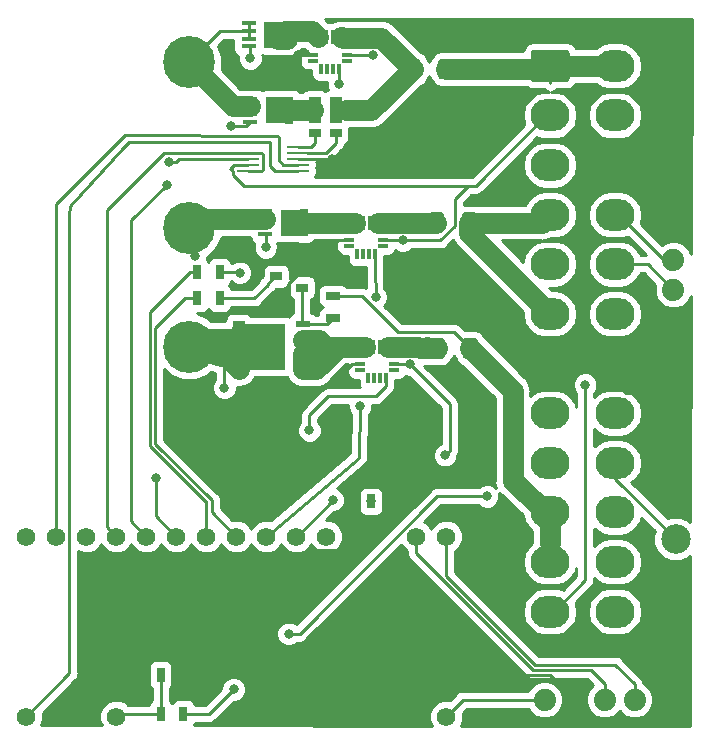
<source format=gbr>
G04 #@! TF.GenerationSoftware,KiCad,Pcbnew,(5.0.1)-rc2*
G04 #@! TF.CreationDate,2018-11-23T18:31:16-07:00*
G04 #@! TF.ProjectId,PowerSupply,506F776572537570706C792E6B696361,rev?*
G04 #@! TF.SameCoordinates,Original*
G04 #@! TF.FileFunction,Copper,L1,Top,Signal*
G04 #@! TF.FilePolarity,Positive*
%FSLAX46Y46*%
G04 Gerber Fmt 4.6, Leading zero omitted, Abs format (unit mm)*
G04 Created by KiCad (PCBNEW (5.0.1)-rc2) date 11/23/2018 6:31:16 PM*
%MOMM*%
%LPD*%
G01*
G04 APERTURE LIST*
G04 #@! TA.AperFunction,ComponentPad*
%ADD10C,1.574800*%
G04 #@! TD*
G04 #@! TA.AperFunction,SMDPad,CuDef*
%ADD11R,1.270000X0.610000*%
G04 #@! TD*
G04 #@! TA.AperFunction,SMDPad,CuDef*
%ADD12R,1.020000X0.610000*%
G04 #@! TD*
G04 #@! TA.AperFunction,SMDPad,CuDef*
%ADD13R,3.810000X3.910000*%
G04 #@! TD*
G04 #@! TA.AperFunction,SMDPad,CuDef*
%ADD14R,0.797560X1.198880*%
G04 #@! TD*
G04 #@! TA.AperFunction,ComponentPad*
%ADD15C,1.879600*%
G04 #@! TD*
G04 #@! TA.AperFunction,SMDPad,CuDef*
%ADD16R,0.706120X0.403860*%
G04 #@! TD*
G04 #@! TA.AperFunction,SMDPad,CuDef*
%ADD17R,1.300480X0.403860*%
G04 #@! TD*
G04 #@! TA.AperFunction,SMDPad,CuDef*
%ADD18R,1.724660X2.235200*%
G04 #@! TD*
G04 #@! TA.AperFunction,SMDPad,CuDef*
%ADD19R,1.300000X0.700000*%
G04 #@! TD*
G04 #@! TA.AperFunction,SMDPad,CuDef*
%ADD20R,0.700000X1.300000*%
G04 #@! TD*
G04 #@! TA.AperFunction,SMDPad,CuDef*
%ADD21R,0.400000X1.300000*%
G04 #@! TD*
G04 #@! TA.AperFunction,SMDPad,CuDef*
%ADD22R,0.850000X0.300000*%
G04 #@! TD*
G04 #@! TA.AperFunction,SMDPad,CuDef*
%ADD23R,0.300000X0.850000*%
G04 #@! TD*
G04 #@! TA.AperFunction,SMDPad,CuDef*
%ADD24R,1.000760X0.800100*%
G04 #@! TD*
G04 #@! TA.AperFunction,SMDPad,CuDef*
%ADD25R,1.010000X2.287000*%
G04 #@! TD*
G04 #@! TA.AperFunction,SMDPad,CuDef*
%ADD26R,1.010000X0.762000*%
G04 #@! TD*
G04 #@! TA.AperFunction,BGAPad,CuDef*
%ADD27C,2.500000*%
G04 #@! TD*
G04 #@! TA.AperFunction,Conductor*
%ADD28C,0.100000*%
G04 #@! TD*
G04 #@! TA.AperFunction,SMDPad,CuDef*
%ADD29C,1.250000*%
G04 #@! TD*
G04 #@! TA.AperFunction,ComponentPad*
%ADD30C,4.400000*%
G04 #@! TD*
G04 #@! TA.AperFunction,ComponentPad*
%ADD31C,0.700000*%
G04 #@! TD*
G04 #@! TA.AperFunction,SMDPad,CuDef*
%ADD32R,1.905000X0.248920*%
G04 #@! TD*
G04 #@! TA.AperFunction,ComponentPad*
%ADD33C,2.700000*%
G04 #@! TD*
G04 #@! TA.AperFunction,ComponentPad*
%ADD34O,3.300000X2.700000*%
G04 #@! TD*
G04 #@! TA.AperFunction,ViaPad*
%ADD35C,0.800000*%
G04 #@! TD*
G04 #@! TA.AperFunction,Conductor*
%ADD36C,0.250000*%
G04 #@! TD*
G04 #@! TA.AperFunction,Conductor*
%ADD37C,1.750000*%
G04 #@! TD*
G04 #@! TA.AperFunction,Conductor*
%ADD38C,0.254000*%
G04 #@! TD*
G04 APERTURE END LIST*
D10*
G04 #@! TO.P,A1,9*
G04 #@! TO.N,5V_EN*
X206460000Y-131080000D03*
G04 #@! TO.P,A1,15*
G04 #@! TO.N,SPI_MISO_PINX*
X191220000Y-131080000D03*
G04 #@! TO.P,A1,16*
G04 #@! TO.N,SPI_Clk_PINX*
X191220000Y-146320000D03*
G04 #@! TO.P,A1,14*
G04 #@! TO.N,SPI_MOSI_PINX*
X193760000Y-131080000D03*
G04 #@! TO.P,A1,13*
G04 #@! TO.N,SPI_ADC_CS_PINX*
X196300000Y-131080000D03*
G04 #@! TO.P,A1,12*
G04 #@! TO.N,SPI_3V3_CS_PINX*
X198840000Y-131080000D03*
G04 #@! TO.P,A1,19*
G04 #@! TO.N,POK*
X198840000Y-146320000D03*
G04 #@! TO.P,A1,11*
G04 #@! TO.N,3V3_FINE_EN*
X201380000Y-131080000D03*
G04 #@! TO.P,A1,10*
G04 #@! TO.N,3V3_COURSE_EN*
X203920000Y-131080000D03*
G04 #@! TO.P,A1,8*
G04 #@! TO.N,12V_EN*
X209000000Y-131080000D03*
G04 #@! TO.P,A1,7*
G04 #@! TO.N,CNVST_PINX*
X211540000Y-131080000D03*
G04 #@! TO.P,A1,6*
G04 #@! TO.N,EOC_PINX*
X214080000Y-131080000D03*
G04 #@! TO.P,A1,5*
G04 #@! TO.N,N/C*
X216620000Y-131080000D03*
G04 #@! TO.P,A1,4*
G04 #@! TO.N,GND*
X219160000Y-131080000D03*
G04 #@! TO.P,A1,2*
G04 #@! TO.N,Net-(A1-Pad2)*
X224240000Y-131080000D03*
G04 #@! TO.P,A1,1*
G04 #@! TO.N,Net-(A1-Pad1)*
X226780000Y-131080000D03*
G04 #@! TO.P,A1,30*
G04 #@! TO.N,+3V3*
X226780000Y-146320000D03*
G04 #@! TD*
D11*
G04 #@! TO.P,Q1,1*
G04 #@! TO.N,/12VA_S*
X214670000Y-116905000D03*
G04 #@! TO.P,Q1,2*
X214670000Y-115635000D03*
G04 #@! TO.P,Q1,3*
X214670000Y-114365000D03*
G04 #@! TO.P,Q1,4*
G04 #@! TO.N,Net-(Q1-Pad4)*
X214670000Y-113095000D03*
D12*
G04 #@! TO.P,Q1,5*
G04 #@! TO.N,12V_Out*
X209205000Y-113095000D03*
X209205000Y-114365000D03*
X209205000Y-115635000D03*
X209205000Y-116905000D03*
D13*
X211310000Y-115000000D03*
G04 #@! TD*
D14*
G04 #@! TO.P,C3,2*
G04 #@! TO.N,Net-(C3-Pad2)*
X220401680Y-128100000D03*
G04 #@! TO.P,C3,1*
G04 #@! TO.N,GND*
X222200000Y-128100000D03*
G04 #@! TD*
D15*
G04 #@! TO.P,J1,1*
G04 #@! TO.N,Net-(A1-Pad1)*
X242722400Y-144901920D03*
G04 #@! TO.P,J1,2*
G04 #@! TO.N,Net-(A1-Pad2)*
X240182400Y-144901920D03*
G04 #@! TO.P,J1,3*
G04 #@! TO.N,GND*
X237642400Y-144901920D03*
G04 #@! TO.P,J1,4*
G04 #@! TO.N,+3V3*
X235102400Y-144901920D03*
G04 #@! TD*
G04 #@! TO.P,J3,1*
G04 #@! TO.N,Net-(J2-Pad16)*
X246000000Y-107660000D03*
G04 #@! TO.P,J3,2*
G04 #@! TO.N,Net-(J2-Pad17)*
X246000000Y-110200000D03*
G04 #@! TD*
D16*
G04 #@! TO.P,Q2,3*
G04 #@! TO.N,/3.3VA_D1*
X213464140Y-95966280D03*
X213464140Y-95316040D03*
X213464140Y-94665800D03*
X213464140Y-94015560D03*
D17*
G04 #@! TO.P,Q2,1*
G04 #@! TO.N,Net-(Q2-Pad1)*
X210202780Y-95966280D03*
G04 #@! TO.P,Q2,2*
G04 #@! TO.N,3V3_Out*
X210202780Y-95316040D03*
X210202780Y-94665800D03*
X210202780Y-94015560D03*
D18*
G04 #@! TO.P,Q2,3*
G04 #@! TO.N,/3.3VA_D1*
X212344000Y-94996000D03*
G04 #@! TD*
G04 #@! TO.P,Q3,3*
G04 #@! TO.N,/3.3VA_D2*
X212181660Y-88600000D03*
D17*
G04 #@! TO.P,Q3,2*
G04 #@! TO.N,3V3_Out*
X210040440Y-87619560D03*
X210040440Y-88269800D03*
X210040440Y-88920040D03*
G04 #@! TO.P,Q3,1*
G04 #@! TO.N,Net-(Q3-Pad1)*
X210040440Y-89570280D03*
D16*
G04 #@! TO.P,Q3,3*
G04 #@! TO.N,/3.3VA_D2*
X213301800Y-87619560D03*
X213301800Y-88269800D03*
X213301800Y-88920040D03*
X213301800Y-89570280D03*
G04 #@! TD*
G04 #@! TO.P,Q4,3*
G04 #@! TO.N,/5VA_D*
X214720140Y-105470280D03*
X214720140Y-104820040D03*
X214720140Y-104169800D03*
X214720140Y-103519560D03*
D17*
G04 #@! TO.P,Q4,1*
G04 #@! TO.N,Net-(Q4-Pad1)*
X211458780Y-105470280D03*
G04 #@! TO.P,Q4,2*
G04 #@! TO.N,5V_Out*
X211458780Y-104820040D03*
X211458780Y-104169800D03*
X211458780Y-103519560D03*
D18*
G04 #@! TO.P,Q4,3*
G04 #@! TO.N,/5VA_D*
X213600000Y-104500000D03*
G04 #@! TD*
D19*
G04 #@! TO.P,R7,1*
G04 #@! TO.N,+12V*
X217200000Y-110700000D03*
G04 #@! TO.P,R7,2*
G04 #@! TO.N,Net-(Q1-Pad4)*
X217200000Y-112600000D03*
G04 #@! TD*
D20*
G04 #@! TO.P,R11,2*
G04 #@! TO.N,5V_EN*
X205700000Y-108700000D03*
G04 #@! TO.P,R11,1*
G04 #@! TO.N,Net-(Q6-Pad1)*
X207600000Y-108700000D03*
G04 #@! TD*
G04 #@! TO.P,R12,2*
G04 #@! TO.N,12V_EN*
X205700000Y-110900000D03*
G04 #@! TO.P,R12,1*
G04 #@! TO.N,Net-(Q7-Pad1)*
X207600000Y-110900000D03*
G04 #@! TD*
G04 #@! TO.P,R14,1*
G04 #@! TO.N,POK*
X202600000Y-142800000D03*
G04 #@! TO.P,R14,2*
G04 #@! TO.N,GND*
X204500000Y-142800000D03*
G04 #@! TD*
G04 #@! TO.P,R15,2*
G04 #@! TO.N,Net-(J2-Pad8)*
X204500000Y-146100000D03*
G04 #@! TO.P,R15,1*
G04 #@! TO.N,POK*
X202600000Y-146100000D03*
G04 #@! TD*
D21*
G04 #@! TO.P,U1,1*
G04 #@! TO.N,/3.3V_A*
X217616000Y-88820000D03*
G04 #@! TO.P,U1,3*
G04 #@! TO.N,/3.3VA_D2*
X216616000Y-88820000D03*
D22*
G04 #@! TO.P,U1,5*
G04 #@! TO.N,GND*
X215466000Y-90320000D03*
G04 #@! TO.P,U1,6*
G04 #@! TO.N,N/C*
X215466000Y-90820000D03*
D23*
G04 #@! TO.P,U1,7*
X216166000Y-91520000D03*
G04 #@! TO.P,U1,8*
X216666000Y-91520000D03*
G04 #@! TO.P,U1,9*
X217166000Y-91520000D03*
G04 #@! TO.P,U1,10*
G04 #@! TO.N,Net-(U1-Pad10)*
X217666000Y-91520000D03*
D22*
G04 #@! TO.P,U1,11*
G04 #@! TO.N,N/C*
X218366000Y-90820000D03*
G04 #@! TO.P,U1,12*
G04 #@! TO.N,+3V3*
X218366000Y-90320000D03*
D21*
G04 #@! TO.P,U1,2*
G04 #@! TO.N,/3.3V_A*
X217216000Y-88820000D03*
G04 #@! TO.P,U1,4*
G04 #@! TO.N,/3.3VA_D2*
X216216000Y-88820000D03*
G04 #@! TD*
G04 #@! TO.P,U2,4*
G04 #@! TO.N,/5VA_D*
X219300000Y-104500000D03*
G04 #@! TO.P,U2,2*
G04 #@! TO.N,/5V_A*
X220300000Y-104500000D03*
D22*
G04 #@! TO.P,U2,12*
G04 #@! TO.N,+3V3*
X221450000Y-106000000D03*
G04 #@! TO.P,U2,11*
G04 #@! TO.N,N/C*
X221450000Y-106500000D03*
D23*
G04 #@! TO.P,U2,10*
G04 #@! TO.N,Net-(U2-Pad10)*
X220750000Y-107200000D03*
G04 #@! TO.P,U2,9*
G04 #@! TO.N,N/C*
X220250000Y-107200000D03*
G04 #@! TO.P,U2,8*
X219750000Y-107200000D03*
G04 #@! TO.P,U2,7*
X219250000Y-107200000D03*
D22*
G04 #@! TO.P,U2,6*
X218550000Y-106500000D03*
G04 #@! TO.P,U2,5*
G04 #@! TO.N,GND*
X218550000Y-106000000D03*
D21*
G04 #@! TO.P,U2,3*
G04 #@! TO.N,/5VA_D*
X219700000Y-104500000D03*
G04 #@! TO.P,U2,1*
G04 #@! TO.N,/5V_A*
X220700000Y-104500000D03*
G04 #@! TD*
D24*
G04 #@! TO.P,Q7,3*
G04 #@! TO.N,Net-(Q1-Pad4)*
X214600000Y-110000000D03*
G04 #@! TO.P,Q7,2*
G04 #@! TO.N,GND*
X212400360Y-110952500D03*
G04 #@! TO.P,Q7,1*
G04 #@! TO.N,Net-(Q7-Pad1)*
X212400360Y-109047500D03*
G04 #@! TD*
D25*
G04 #@! TO.P,U6,1*
G04 #@! TO.N,/3.3V_A*
X217416000Y-94995500D03*
G04 #@! TO.P,U6,4*
G04 #@! TO.N,/3.3VA_D1*
X215646000Y-94996000D03*
D26*
G04 #@! TO.P,U6,3*
G04 #@! TO.N,Net-(P1-Pad5)*
X215646000Y-96901500D03*
G04 #@! TO.P,U6,2*
G04 #@! TO.N,Net-(P1-Pad4)*
X217416000Y-96901500D03*
G04 #@! TD*
D27*
G04 #@! TO.P,H1,1*
G04 #@! TO.N,Net-(H1-Pad1)*
X246200000Y-131300000D03*
G04 #@! TD*
G04 #@! TO.P,H2,1*
G04 #@! TO.N,GND*
X245900000Y-121500000D03*
G04 #@! TD*
D21*
G04 #@! TO.P,U3,1*
G04 #@! TO.N,/12V_A*
X221616000Y-114998000D03*
G04 #@! TO.P,U3,3*
G04 #@! TO.N,/12VA_S*
X220616000Y-114998000D03*
D22*
G04 #@! TO.P,U3,5*
G04 #@! TO.N,GND*
X219466000Y-116498000D03*
G04 #@! TO.P,U3,6*
G04 #@! TO.N,N/C*
X219466000Y-116998000D03*
D23*
G04 #@! TO.P,U3,7*
X220166000Y-117698000D03*
G04 #@! TO.P,U3,8*
X220666000Y-117698000D03*
G04 #@! TO.P,U3,9*
X221166000Y-117698000D03*
G04 #@! TO.P,U3,10*
G04 #@! TO.N,Net-(U3-Pad10)*
X221666000Y-117698000D03*
D22*
G04 #@! TO.P,U3,11*
G04 #@! TO.N,N/C*
X222366000Y-116998000D03*
G04 #@! TO.P,U3,12*
G04 #@! TO.N,+3V3*
X222366000Y-116498000D03*
D21*
G04 #@! TO.P,U3,2*
G04 #@! TO.N,/12V_A*
X221216000Y-114998000D03*
G04 #@! TO.P,U3,4*
G04 #@! TO.N,/12VA_S*
X220216000Y-114998000D03*
G04 #@! TD*
D28*
G04 #@! TO.N,+3V3*
G04 #@! TO.C,F1*
G36*
X227148504Y-90626204D02*
X227172773Y-90629804D01*
X227196571Y-90635765D01*
X227219671Y-90644030D01*
X227241849Y-90654520D01*
X227262893Y-90667133D01*
X227282598Y-90681747D01*
X227300777Y-90698223D01*
X227317253Y-90716402D01*
X227331867Y-90736107D01*
X227344480Y-90757151D01*
X227354970Y-90779329D01*
X227363235Y-90802429D01*
X227369196Y-90826227D01*
X227372796Y-90850496D01*
X227374000Y-90875000D01*
X227374000Y-92125000D01*
X227372796Y-92149504D01*
X227369196Y-92173773D01*
X227363235Y-92197571D01*
X227354970Y-92220671D01*
X227344480Y-92242849D01*
X227331867Y-92263893D01*
X227317253Y-92283598D01*
X227300777Y-92301777D01*
X227282598Y-92318253D01*
X227262893Y-92332867D01*
X227241849Y-92345480D01*
X227219671Y-92355970D01*
X227196571Y-92364235D01*
X227172773Y-92370196D01*
X227148504Y-92373796D01*
X227124000Y-92375000D01*
X226374000Y-92375000D01*
X226349496Y-92373796D01*
X226325227Y-92370196D01*
X226301429Y-92364235D01*
X226278329Y-92355970D01*
X226256151Y-92345480D01*
X226235107Y-92332867D01*
X226215402Y-92318253D01*
X226197223Y-92301777D01*
X226180747Y-92283598D01*
X226166133Y-92263893D01*
X226153520Y-92242849D01*
X226143030Y-92220671D01*
X226134765Y-92197571D01*
X226128804Y-92173773D01*
X226125204Y-92149504D01*
X226124000Y-92125000D01*
X226124000Y-90875000D01*
X226125204Y-90850496D01*
X226128804Y-90826227D01*
X226134765Y-90802429D01*
X226143030Y-90779329D01*
X226153520Y-90757151D01*
X226166133Y-90736107D01*
X226180747Y-90716402D01*
X226197223Y-90698223D01*
X226215402Y-90681747D01*
X226235107Y-90667133D01*
X226256151Y-90654520D01*
X226278329Y-90644030D01*
X226301429Y-90635765D01*
X226325227Y-90629804D01*
X226349496Y-90626204D01*
X226374000Y-90625000D01*
X227124000Y-90625000D01*
X227148504Y-90626204D01*
X227148504Y-90626204D01*
G37*
D29*
G04 #@! TD*
G04 #@! TO.P,F1,1*
G04 #@! TO.N,+3V3*
X226749000Y-91500000D03*
D28*
G04 #@! TO.N,/3.3V_A*
G04 #@! TO.C,F1*
G36*
X224348504Y-90626204D02*
X224372773Y-90629804D01*
X224396571Y-90635765D01*
X224419671Y-90644030D01*
X224441849Y-90654520D01*
X224462893Y-90667133D01*
X224482598Y-90681747D01*
X224500777Y-90698223D01*
X224517253Y-90716402D01*
X224531867Y-90736107D01*
X224544480Y-90757151D01*
X224554970Y-90779329D01*
X224563235Y-90802429D01*
X224569196Y-90826227D01*
X224572796Y-90850496D01*
X224574000Y-90875000D01*
X224574000Y-92125000D01*
X224572796Y-92149504D01*
X224569196Y-92173773D01*
X224563235Y-92197571D01*
X224554970Y-92220671D01*
X224544480Y-92242849D01*
X224531867Y-92263893D01*
X224517253Y-92283598D01*
X224500777Y-92301777D01*
X224482598Y-92318253D01*
X224462893Y-92332867D01*
X224441849Y-92345480D01*
X224419671Y-92355970D01*
X224396571Y-92364235D01*
X224372773Y-92370196D01*
X224348504Y-92373796D01*
X224324000Y-92375000D01*
X223574000Y-92375000D01*
X223549496Y-92373796D01*
X223525227Y-92370196D01*
X223501429Y-92364235D01*
X223478329Y-92355970D01*
X223456151Y-92345480D01*
X223435107Y-92332867D01*
X223415402Y-92318253D01*
X223397223Y-92301777D01*
X223380747Y-92283598D01*
X223366133Y-92263893D01*
X223353520Y-92242849D01*
X223343030Y-92220671D01*
X223334765Y-92197571D01*
X223328804Y-92173773D01*
X223325204Y-92149504D01*
X223324000Y-92125000D01*
X223324000Y-90875000D01*
X223325204Y-90850496D01*
X223328804Y-90826227D01*
X223334765Y-90802429D01*
X223343030Y-90779329D01*
X223353520Y-90757151D01*
X223366133Y-90736107D01*
X223380747Y-90716402D01*
X223397223Y-90698223D01*
X223415402Y-90681747D01*
X223435107Y-90667133D01*
X223456151Y-90654520D01*
X223478329Y-90644030D01*
X223501429Y-90635765D01*
X223525227Y-90629804D01*
X223549496Y-90626204D01*
X223574000Y-90625000D01*
X224324000Y-90625000D01*
X224348504Y-90626204D01*
X224348504Y-90626204D01*
G37*
D29*
G04 #@! TD*
G04 #@! TO.P,F1,2*
G04 #@! TO.N,/3.3V_A*
X223949000Y-91500000D03*
D28*
G04 #@! TO.N,/5V_A*
G04 #@! TO.C,F2*
G36*
X226348504Y-103626204D02*
X226372773Y-103629804D01*
X226396571Y-103635765D01*
X226419671Y-103644030D01*
X226441849Y-103654520D01*
X226462893Y-103667133D01*
X226482598Y-103681747D01*
X226500777Y-103698223D01*
X226517253Y-103716402D01*
X226531867Y-103736107D01*
X226544480Y-103757151D01*
X226554970Y-103779329D01*
X226563235Y-103802429D01*
X226569196Y-103826227D01*
X226572796Y-103850496D01*
X226574000Y-103875000D01*
X226574000Y-105125000D01*
X226572796Y-105149504D01*
X226569196Y-105173773D01*
X226563235Y-105197571D01*
X226554970Y-105220671D01*
X226544480Y-105242849D01*
X226531867Y-105263893D01*
X226517253Y-105283598D01*
X226500777Y-105301777D01*
X226482598Y-105318253D01*
X226462893Y-105332867D01*
X226441849Y-105345480D01*
X226419671Y-105355970D01*
X226396571Y-105364235D01*
X226372773Y-105370196D01*
X226348504Y-105373796D01*
X226324000Y-105375000D01*
X225574000Y-105375000D01*
X225549496Y-105373796D01*
X225525227Y-105370196D01*
X225501429Y-105364235D01*
X225478329Y-105355970D01*
X225456151Y-105345480D01*
X225435107Y-105332867D01*
X225415402Y-105318253D01*
X225397223Y-105301777D01*
X225380747Y-105283598D01*
X225366133Y-105263893D01*
X225353520Y-105242849D01*
X225343030Y-105220671D01*
X225334765Y-105197571D01*
X225328804Y-105173773D01*
X225325204Y-105149504D01*
X225324000Y-105125000D01*
X225324000Y-103875000D01*
X225325204Y-103850496D01*
X225328804Y-103826227D01*
X225334765Y-103802429D01*
X225343030Y-103779329D01*
X225353520Y-103757151D01*
X225366133Y-103736107D01*
X225380747Y-103716402D01*
X225397223Y-103698223D01*
X225415402Y-103681747D01*
X225435107Y-103667133D01*
X225456151Y-103654520D01*
X225478329Y-103644030D01*
X225501429Y-103635765D01*
X225525227Y-103629804D01*
X225549496Y-103626204D01*
X225574000Y-103625000D01*
X226324000Y-103625000D01*
X226348504Y-103626204D01*
X226348504Y-103626204D01*
G37*
D29*
G04 #@! TD*
G04 #@! TO.P,F2,2*
G04 #@! TO.N,/5V_A*
X225949000Y-104500000D03*
D28*
G04 #@! TO.N,/5VA*
G04 #@! TO.C,F2*
G36*
X229148504Y-103626204D02*
X229172773Y-103629804D01*
X229196571Y-103635765D01*
X229219671Y-103644030D01*
X229241849Y-103654520D01*
X229262893Y-103667133D01*
X229282598Y-103681747D01*
X229300777Y-103698223D01*
X229317253Y-103716402D01*
X229331867Y-103736107D01*
X229344480Y-103757151D01*
X229354970Y-103779329D01*
X229363235Y-103802429D01*
X229369196Y-103826227D01*
X229372796Y-103850496D01*
X229374000Y-103875000D01*
X229374000Y-105125000D01*
X229372796Y-105149504D01*
X229369196Y-105173773D01*
X229363235Y-105197571D01*
X229354970Y-105220671D01*
X229344480Y-105242849D01*
X229331867Y-105263893D01*
X229317253Y-105283598D01*
X229300777Y-105301777D01*
X229282598Y-105318253D01*
X229262893Y-105332867D01*
X229241849Y-105345480D01*
X229219671Y-105355970D01*
X229196571Y-105364235D01*
X229172773Y-105370196D01*
X229148504Y-105373796D01*
X229124000Y-105375000D01*
X228374000Y-105375000D01*
X228349496Y-105373796D01*
X228325227Y-105370196D01*
X228301429Y-105364235D01*
X228278329Y-105355970D01*
X228256151Y-105345480D01*
X228235107Y-105332867D01*
X228215402Y-105318253D01*
X228197223Y-105301777D01*
X228180747Y-105283598D01*
X228166133Y-105263893D01*
X228153520Y-105242849D01*
X228143030Y-105220671D01*
X228134765Y-105197571D01*
X228128804Y-105173773D01*
X228125204Y-105149504D01*
X228124000Y-105125000D01*
X228124000Y-103875000D01*
X228125204Y-103850496D01*
X228128804Y-103826227D01*
X228134765Y-103802429D01*
X228143030Y-103779329D01*
X228153520Y-103757151D01*
X228166133Y-103736107D01*
X228180747Y-103716402D01*
X228197223Y-103698223D01*
X228215402Y-103681747D01*
X228235107Y-103667133D01*
X228256151Y-103654520D01*
X228278329Y-103644030D01*
X228301429Y-103635765D01*
X228325227Y-103629804D01*
X228349496Y-103626204D01*
X228374000Y-103625000D01*
X229124000Y-103625000D01*
X229148504Y-103626204D01*
X229148504Y-103626204D01*
G37*
D29*
G04 #@! TD*
G04 #@! TO.P,F2,1*
G04 #@! TO.N,/5VA*
X228749000Y-104500000D03*
D28*
G04 #@! TO.N,+12V*
G04 #@! TO.C,F3*
G36*
X229215504Y-114274204D02*
X229239773Y-114277804D01*
X229263571Y-114283765D01*
X229286671Y-114292030D01*
X229308849Y-114302520D01*
X229329893Y-114315133D01*
X229349598Y-114329747D01*
X229367777Y-114346223D01*
X229384253Y-114364402D01*
X229398867Y-114384107D01*
X229411480Y-114405151D01*
X229421970Y-114427329D01*
X229430235Y-114450429D01*
X229436196Y-114474227D01*
X229439796Y-114498496D01*
X229441000Y-114523000D01*
X229441000Y-115773000D01*
X229439796Y-115797504D01*
X229436196Y-115821773D01*
X229430235Y-115845571D01*
X229421970Y-115868671D01*
X229411480Y-115890849D01*
X229398867Y-115911893D01*
X229384253Y-115931598D01*
X229367777Y-115949777D01*
X229349598Y-115966253D01*
X229329893Y-115980867D01*
X229308849Y-115993480D01*
X229286671Y-116003970D01*
X229263571Y-116012235D01*
X229239773Y-116018196D01*
X229215504Y-116021796D01*
X229191000Y-116023000D01*
X228441000Y-116023000D01*
X228416496Y-116021796D01*
X228392227Y-116018196D01*
X228368429Y-116012235D01*
X228345329Y-116003970D01*
X228323151Y-115993480D01*
X228302107Y-115980867D01*
X228282402Y-115966253D01*
X228264223Y-115949777D01*
X228247747Y-115931598D01*
X228233133Y-115911893D01*
X228220520Y-115890849D01*
X228210030Y-115868671D01*
X228201765Y-115845571D01*
X228195804Y-115821773D01*
X228192204Y-115797504D01*
X228191000Y-115773000D01*
X228191000Y-114523000D01*
X228192204Y-114498496D01*
X228195804Y-114474227D01*
X228201765Y-114450429D01*
X228210030Y-114427329D01*
X228220520Y-114405151D01*
X228233133Y-114384107D01*
X228247747Y-114364402D01*
X228264223Y-114346223D01*
X228282402Y-114329747D01*
X228302107Y-114315133D01*
X228323151Y-114302520D01*
X228345329Y-114292030D01*
X228368429Y-114283765D01*
X228392227Y-114277804D01*
X228416496Y-114274204D01*
X228441000Y-114273000D01*
X229191000Y-114273000D01*
X229215504Y-114274204D01*
X229215504Y-114274204D01*
G37*
D29*
G04 #@! TD*
G04 #@! TO.P,F3,1*
G04 #@! TO.N,+12V*
X228816000Y-115148000D03*
D28*
G04 #@! TO.N,/12V_A*
G04 #@! TO.C,F3*
G36*
X226415504Y-114274204D02*
X226439773Y-114277804D01*
X226463571Y-114283765D01*
X226486671Y-114292030D01*
X226508849Y-114302520D01*
X226529893Y-114315133D01*
X226549598Y-114329747D01*
X226567777Y-114346223D01*
X226584253Y-114364402D01*
X226598867Y-114384107D01*
X226611480Y-114405151D01*
X226621970Y-114427329D01*
X226630235Y-114450429D01*
X226636196Y-114474227D01*
X226639796Y-114498496D01*
X226641000Y-114523000D01*
X226641000Y-115773000D01*
X226639796Y-115797504D01*
X226636196Y-115821773D01*
X226630235Y-115845571D01*
X226621970Y-115868671D01*
X226611480Y-115890849D01*
X226598867Y-115911893D01*
X226584253Y-115931598D01*
X226567777Y-115949777D01*
X226549598Y-115966253D01*
X226529893Y-115980867D01*
X226508849Y-115993480D01*
X226486671Y-116003970D01*
X226463571Y-116012235D01*
X226439773Y-116018196D01*
X226415504Y-116021796D01*
X226391000Y-116023000D01*
X225641000Y-116023000D01*
X225616496Y-116021796D01*
X225592227Y-116018196D01*
X225568429Y-116012235D01*
X225545329Y-116003970D01*
X225523151Y-115993480D01*
X225502107Y-115980867D01*
X225482402Y-115966253D01*
X225464223Y-115949777D01*
X225447747Y-115931598D01*
X225433133Y-115911893D01*
X225420520Y-115890849D01*
X225410030Y-115868671D01*
X225401765Y-115845571D01*
X225395804Y-115821773D01*
X225392204Y-115797504D01*
X225391000Y-115773000D01*
X225391000Y-114523000D01*
X225392204Y-114498496D01*
X225395804Y-114474227D01*
X225401765Y-114450429D01*
X225410030Y-114427329D01*
X225420520Y-114405151D01*
X225433133Y-114384107D01*
X225447747Y-114364402D01*
X225464223Y-114346223D01*
X225482402Y-114329747D01*
X225502107Y-114315133D01*
X225523151Y-114302520D01*
X225545329Y-114292030D01*
X225568429Y-114283765D01*
X225592227Y-114277804D01*
X225616496Y-114274204D01*
X225641000Y-114273000D01*
X226391000Y-114273000D01*
X226415504Y-114274204D01*
X226415504Y-114274204D01*
G37*
D29*
G04 #@! TD*
G04 #@! TO.P,F3,2*
G04 #@! TO.N,/12V_A*
X226016000Y-115148000D03*
D30*
G04 #@! TO.P,H4,1*
G04 #@! TO.N,5V_Out*
X205000000Y-105000000D03*
D31*
X206650000Y-105000000D03*
X206166726Y-106166726D03*
X205000000Y-106650000D03*
X203833274Y-106166726D03*
X203350000Y-105000000D03*
X203833274Y-103833274D03*
X205000000Y-103350000D03*
X206166726Y-103833274D03*
G04 #@! TD*
D30*
G04 #@! TO.P,H5,1*
G04 #@! TO.N,12V_Out*
X205000000Y-115000000D03*
D31*
X206650000Y-115000000D03*
X206166726Y-116166726D03*
X205000000Y-116650000D03*
X203833274Y-116166726D03*
X203350000Y-115000000D03*
X203833274Y-113833274D03*
X205000000Y-113350000D03*
X206166726Y-113833274D03*
G04 #@! TD*
G04 #@! TO.P,H6,1*
G04 #@! TO.N,3V3_Out*
X206144726Y-89765274D03*
X204978000Y-89282000D03*
X203811274Y-89765274D03*
X203328000Y-90932000D03*
X203811274Y-92098726D03*
X204978000Y-92582000D03*
X206144726Y-92098726D03*
X206628000Y-90932000D03*
D30*
X204978000Y-90932000D03*
G04 #@! TD*
D32*
G04 #@! TO.P,P1,1*
G04 #@! TO.N,SPI_Clk_PINX*
X214200000Y-100101140D03*
G04 #@! TO.P,P1,2*
G04 #@! TO.N,SPI_MOSI_PINX*
X214200000Y-99600760D03*
G04 #@! TO.P,P1,3*
G04 #@! TO.N,GND*
X214200000Y-99100380D03*
G04 #@! TO.P,P1,4*
G04 #@! TO.N,Net-(P1-Pad4)*
X214200000Y-98600000D03*
G04 #@! TO.P,P1,5*
G04 #@! TO.N,Net-(P1-Pad5)*
X214200000Y-98099620D03*
G04 #@! TO.P,P1,8*
G04 #@! TO.N,3V3_Fine_Out*
X209998840Y-99100380D03*
G04 #@! TO.P,P1,9*
G04 #@! TO.N,+3V3*
X209998840Y-99600760D03*
G04 #@! TO.P,P1,10*
G04 #@! TO.N,SPI_3V3_CS_PINX*
X209998840Y-100101140D03*
G04 #@! TD*
D30*
G04 #@! TO.P,H7,1*
G04 #@! TO.N,GND*
X226300000Y-110000000D03*
D31*
X227950000Y-110000000D03*
X227466726Y-111166726D03*
X226300000Y-111650000D03*
X225133274Y-111166726D03*
X224650000Y-110000000D03*
X225133274Y-108833274D03*
X226300000Y-108350000D03*
X227466726Y-108833274D03*
G04 #@! TD*
D28*
G04 #@! TO.N,+3V3*
G04 #@! TO.C,J2*
G36*
X236994263Y-89882924D02*
X237018532Y-89886524D01*
X237042330Y-89892485D01*
X237065430Y-89900750D01*
X237087609Y-89911240D01*
X237108652Y-89923853D01*
X237128358Y-89938468D01*
X237146536Y-89954944D01*
X237163012Y-89973122D01*
X237177627Y-89992828D01*
X237190240Y-90013871D01*
X237200730Y-90036050D01*
X237208995Y-90059150D01*
X237214956Y-90082948D01*
X237218556Y-90107217D01*
X237219760Y-90131721D01*
X237219760Y-92331719D01*
X237218556Y-92356223D01*
X237214956Y-92380492D01*
X237208995Y-92404290D01*
X237200730Y-92427390D01*
X237190240Y-92449569D01*
X237177627Y-92470612D01*
X237163012Y-92490318D01*
X237146536Y-92508496D01*
X237128358Y-92524972D01*
X237108652Y-92539587D01*
X237087609Y-92552200D01*
X237065430Y-92562690D01*
X237042330Y-92570955D01*
X237018532Y-92576916D01*
X236994263Y-92580516D01*
X236969759Y-92581720D01*
X234169761Y-92581720D01*
X234145257Y-92580516D01*
X234120988Y-92576916D01*
X234097190Y-92570955D01*
X234074090Y-92562690D01*
X234051911Y-92552200D01*
X234030868Y-92539587D01*
X234011162Y-92524972D01*
X233992984Y-92508496D01*
X233976508Y-92490318D01*
X233961893Y-92470612D01*
X233949280Y-92449569D01*
X233938790Y-92427390D01*
X233930525Y-92404290D01*
X233924564Y-92380492D01*
X233920964Y-92356223D01*
X233919760Y-92331719D01*
X233919760Y-90131721D01*
X233920964Y-90107217D01*
X233924564Y-90082948D01*
X233930525Y-90059150D01*
X233938790Y-90036050D01*
X233949280Y-90013871D01*
X233961893Y-89992828D01*
X233976508Y-89973122D01*
X233992984Y-89954944D01*
X234011162Y-89938468D01*
X234030868Y-89923853D01*
X234051911Y-89911240D01*
X234074090Y-89900750D01*
X234097190Y-89892485D01*
X234120988Y-89886524D01*
X234145257Y-89882924D01*
X234169761Y-89881720D01*
X236969759Y-89881720D01*
X236994263Y-89882924D01*
X236994263Y-89882924D01*
G37*
D33*
G04 #@! TD*
G04 #@! TO.P,J2,1*
G04 #@! TO.N,+3V3*
X235569760Y-91231720D03*
D34*
G04 #@! TO.P,J2,2*
G04 #@! TO.N,+3V3*
X235569760Y-95431720D03*
G04 #@! TO.P,J2,3*
G04 #@! TO.N,N/C*
X235569760Y-99631720D03*
G04 #@! TO.P,J2,4*
G04 #@! TO.N,/5VA*
X235569760Y-103831720D03*
G04 #@! TO.P,J2,5*
G04 #@! TO.N,N/C*
X235569760Y-108031720D03*
G04 #@! TO.P,J2,6*
G04 #@! TO.N,/5VA*
X235569760Y-112231720D03*
G04 #@! TO.P,J2,7*
G04 #@! TO.N,GND*
X235569760Y-116431720D03*
G04 #@! TO.P,J2,8*
G04 #@! TO.N,Net-(J2-Pad8)*
X235569760Y-120631720D03*
G04 #@! TO.P,J2,9*
G04 #@! TO.N,5V_USB*
X235569760Y-124831720D03*
G04 #@! TO.P,J2,10*
G04 #@! TO.N,+12V*
X235569760Y-129031720D03*
G04 #@! TO.P,J2,11*
X235569760Y-133231720D03*
G04 #@! TO.P,J2,12*
G04 #@! TO.N,+3V3*
X235569760Y-137431720D03*
G04 #@! TO.P,J2,13*
X241069760Y-91231720D03*
G04 #@! TO.P,J2,14*
G04 #@! TO.N,N/C*
X241069760Y-95431720D03*
G04 #@! TO.P,J2,15*
G04 #@! TO.N,GND*
X241069760Y-99631720D03*
G04 #@! TO.P,J2,16*
G04 #@! TO.N,Net-(J2-Pad16)*
X241069760Y-103831720D03*
G04 #@! TO.P,J2,17*
G04 #@! TO.N,Net-(J2-Pad17)*
X241069760Y-108031720D03*
G04 #@! TO.P,J2,18*
G04 #@! TO.N,N/C*
X241069760Y-112231720D03*
G04 #@! TO.P,J2,19*
G04 #@! TO.N,GND*
X241069760Y-116431720D03*
G04 #@! TO.P,J2,20*
G04 #@! TO.N,N/C*
X241069760Y-120631720D03*
G04 #@! TO.P,J2,21*
G04 #@! TO.N,Net-(H1-Pad1)*
X241069760Y-124831720D03*
G04 #@! TO.P,J2,22*
G04 #@! TO.N,N/C*
X241069760Y-129031720D03*
G04 #@! TO.P,J2,23*
X241069760Y-133231720D03*
G04 #@! TO.P,J2,24*
X241069760Y-137431720D03*
G04 #@! TD*
D35*
G04 #@! TO.N,GND*
X219583000Y-140025120D03*
X218200000Y-122900000D03*
X222199160Y-128100000D03*
X214200000Y-90300000D03*
X208200180Y-91047500D03*
X217112653Y-99112653D03*
X213250000Y-120900000D03*
X215514568Y-107600000D03*
X212800000Y-106800000D03*
X218100000Y-118100000D03*
G04 #@! TO.N,Net-(C3-Pad2)*
X220400840Y-128100000D03*
G04 #@! TO.N,+3V3*
X220575221Y-90326622D03*
X223700000Y-116500000D03*
X226700000Y-124200000D03*
X223100000Y-106000000D03*
X238546640Y-118226840D03*
G04 #@! TO.N,+12V*
X228816000Y-115148000D03*
G04 #@! TO.N,Net-(J2-Pad8)*
X208777840Y-144018000D03*
X213441280Y-139313920D03*
X230240840Y-127675640D03*
G04 #@! TO.N,12V_Out*
X208000000Y-118500000D03*
G04 #@! TO.N,5V_Out*
X205500000Y-107300000D03*
G04 #@! TO.N,3V3_COURSE_EN*
X202200000Y-126100000D03*
G04 #@! TO.N,Net-(Q6-Pad1)*
X209300180Y-108752500D03*
G04 #@! TO.N,3V3_FINE_EN*
X203100000Y-101300000D03*
G04 #@! TO.N,Net-(U1-Pad10)*
X217700000Y-92800000D03*
G04 #@! TO.N,Net-(U2-Pad10)*
X220800000Y-110800000D03*
G04 #@! TO.N,Net-(U3-Pad10)*
X215200000Y-122100000D03*
G04 #@! TO.N,CNVST_PINX*
X219500000Y-120000000D03*
G04 #@! TO.N,EOC_PINX*
X217200000Y-128000000D03*
G04 #@! TO.N,Net-(Q2-Pad1)*
X208600000Y-96300000D03*
G04 #@! TO.N,Net-(Q3-Pad1)*
X210200000Y-90600000D03*
G04 #@! TO.N,Net-(Q4-Pad1)*
X211500000Y-106600000D03*
G04 #@! TO.N,3V3_Fine_Out*
X203300000Y-99375370D03*
G04 #@! TD*
D36*
G04 #@! TO.N,GND*
X219419820Y-131080000D02*
X219160000Y-131080000D01*
X222199160Y-128300660D02*
X219419820Y-131080000D01*
X222199160Y-128100000D02*
X222199160Y-128300660D01*
X218047599Y-132192401D02*
X219160000Y-131080000D01*
X215707599Y-132192401D02*
X218047599Y-132192401D01*
X205100000Y-142800000D02*
X215707599Y-132192401D01*
X215466000Y-90320000D02*
X214220000Y-90320000D01*
X214220000Y-90320000D02*
X214200000Y-90300000D01*
X212500690Y-110952500D02*
X213400000Y-110053190D01*
X212400360Y-110952500D02*
X212500690Y-110952500D01*
X217114568Y-106000000D02*
X218550000Y-106000000D01*
X213400000Y-110053190D02*
X213400000Y-109714568D01*
X215402500Y-99100380D02*
X215402880Y-99100000D01*
X214200000Y-99100380D02*
X215402500Y-99100380D01*
X215402880Y-99100000D02*
X217100000Y-99100000D01*
X217100000Y-99100000D02*
X217112653Y-99112653D01*
X213487070Y-120900000D02*
X213250000Y-120900000D01*
X211251906Y-142800000D02*
X205100000Y-142800000D01*
X213400000Y-109714568D02*
X215514568Y-107600000D01*
X215514568Y-107600000D02*
X217114568Y-106000000D01*
X213600000Y-107600000D02*
X215514568Y-107600000D01*
X212800000Y-106800000D02*
X213600000Y-107600000D01*
X218791000Y-116498000D02*
X219466000Y-116498000D01*
X218100000Y-117189000D02*
X218791000Y-116498000D01*
X218100000Y-118100000D02*
X218100000Y-117189000D01*
X225820998Y-111679002D02*
X225700000Y-111558004D01*
X232731720Y-116431720D02*
X235569760Y-116431720D01*
X226300000Y-110000000D02*
X232731720Y-116431720D01*
X237469760Y-116431720D02*
X241069760Y-116431720D01*
X235569760Y-116431720D02*
X237469760Y-116431720D01*
X244650001Y-120250001D02*
X245900000Y-121500000D01*
X243356710Y-118956710D02*
X244650001Y-120250001D01*
X241994750Y-118956710D02*
X243356710Y-118956710D01*
X241069760Y-118031720D02*
X241994750Y-118956710D01*
X241069760Y-116431720D02*
X241069760Y-118031720D01*
X205100000Y-142800000D02*
X204500000Y-142800000D01*
X205145378Y-142845378D02*
X205100000Y-142800000D01*
X235585858Y-142845378D02*
X205145378Y-142845378D01*
X237642400Y-144901920D02*
X235585858Y-142845378D01*
G04 #@! TO.N,Net-(C3-Pad2)*
X220401680Y-128100000D02*
X220400840Y-128100000D01*
G04 #@! TO.N,+3V3*
X208786888Y-99651130D02*
X208500000Y-99938018D01*
X209998840Y-99600760D02*
X209998840Y-99651130D01*
X209998840Y-99651130D02*
X208786888Y-99651130D01*
X208721339Y-100485601D02*
X209635738Y-101400000D01*
X208721339Y-100121339D02*
X208721339Y-100485601D01*
X208500000Y-99938018D02*
X208538018Y-99938018D01*
X208538018Y-99938018D02*
X208721339Y-100121339D01*
X227500000Y-102500000D02*
X228600000Y-101400000D01*
X227500000Y-104762190D02*
X227500000Y-102500000D01*
X226262190Y-106000000D02*
X227500000Y-104762190D01*
X209635738Y-101400000D02*
X228600000Y-101400000D01*
X218366000Y-90320000D02*
X220568599Y-90320000D01*
X220568599Y-90320000D02*
X220575221Y-90326622D01*
X222366000Y-116498000D02*
X223698000Y-116498000D01*
X223698000Y-116498000D02*
X223700000Y-116500000D01*
X223100000Y-106000000D02*
X226262190Y-106000000D01*
X227099999Y-119899999D02*
X223700000Y-116500000D01*
X227099999Y-123800001D02*
X227099999Y-119899999D01*
X226700000Y-124200000D02*
X227099999Y-123800001D01*
X221450000Y-106000000D02*
X223100000Y-106000000D01*
X235301480Y-91500000D02*
X235569760Y-91231720D01*
D37*
X226749000Y-91500000D02*
X235301480Y-91500000D01*
X241069760Y-91231720D02*
X235569760Y-91231720D01*
D36*
X235569760Y-91231720D02*
X235569760Y-92681720D01*
X235269760Y-95431720D02*
X235569760Y-95431720D01*
X229301480Y-101400000D02*
X235269760Y-95431720D01*
X228600000Y-101400000D02*
X229301480Y-101400000D01*
X235569760Y-137530240D02*
X235569760Y-137431720D01*
X238546640Y-134754840D02*
X238546640Y-118226840D01*
X235569760Y-137431720D02*
X235869760Y-137431720D01*
X235869760Y-137431720D02*
X238546640Y-134754840D01*
X228198080Y-144901920D02*
X226780000Y-146320000D01*
X235102400Y-144901920D02*
X228198080Y-144901920D01*
G04 #@! TO.N,+12V*
X227465990Y-113797990D02*
X228816000Y-115148000D01*
X222724988Y-113797990D02*
X227465990Y-113797990D01*
X219626998Y-110700000D02*
X222724988Y-113797990D01*
X217200000Y-110700000D02*
X219626998Y-110700000D01*
X235269760Y-129031720D02*
X235569760Y-129031720D01*
D37*
X235569760Y-131631720D02*
X235569760Y-129031720D01*
D36*
X235569760Y-133231720D02*
X235569760Y-131631720D01*
D37*
X232404920Y-126408396D02*
X235269760Y-129031720D01*
X232404920Y-118736920D02*
X228816000Y-115148000D01*
X232404920Y-126408396D02*
X232404920Y-118736920D01*
D36*
G04 #@! TO.N,Net-(H1-Pad1)*
X246000000Y-131500000D02*
X246200000Y-131300000D01*
X241069760Y-126169760D02*
X241069760Y-124831720D01*
X246200000Y-131300000D02*
X241069760Y-126169760D01*
G04 #@! TO.N,Net-(A1-Pad1)*
X242722400Y-143572843D02*
X241094917Y-141945360D01*
X242722400Y-144901920D02*
X242722400Y-143572843D01*
X241094917Y-141945360D02*
X234315000Y-141945360D01*
X226780000Y-134410360D02*
X226780000Y-131080000D01*
X234315000Y-141945360D02*
X226780000Y-134410360D01*
G04 #@! TO.N,Net-(A1-Pad2)*
X224240000Y-132193551D02*
X224240000Y-131080000D01*
X224240000Y-132506770D02*
X224240000Y-132193551D01*
X234128599Y-142395369D02*
X224240000Y-132506770D01*
X239004927Y-142395370D02*
X234128599Y-142395369D01*
X240182400Y-143572843D02*
X239004927Y-142395370D01*
X240182400Y-144901920D02*
X240182400Y-143572843D01*
G04 #@! TO.N,Net-(J2-Pad8)*
X204500000Y-146100000D02*
X206695840Y-146100000D01*
X206695840Y-146100000D02*
X208777840Y-144018000D01*
X225998006Y-127675640D02*
X230240840Y-127675640D01*
X213441280Y-139313920D02*
X214359726Y-139313920D01*
X214359726Y-139313920D02*
X225998006Y-127675640D01*
G04 #@! TO.N,Net-(J2-Pad16)*
X245198040Y-107660000D02*
X246000000Y-107660000D01*
X241369760Y-103831720D02*
X245198040Y-107660000D01*
X241069760Y-103831720D02*
X241369760Y-103831720D01*
G04 #@! TO.N,Net-(J2-Pad17)*
X243831720Y-108031720D02*
X246000000Y-110200000D01*
X241069760Y-108031720D02*
X243831720Y-108031720D01*
G04 #@! TO.N,SPI_Clk_PINX*
X214200000Y-100101140D02*
X212301140Y-100101140D01*
X212301140Y-100101140D02*
X211900000Y-99700000D01*
X211900000Y-99700000D02*
X211900000Y-97650010D01*
X211900000Y-97650010D02*
X199949990Y-97650010D01*
X199949990Y-97650010D02*
X199400000Y-98200000D01*
X199400000Y-98200000D02*
X199300000Y-98300000D01*
X194872401Y-142667599D02*
X191220000Y-146320000D01*
X194872401Y-103872401D02*
X194872401Y-142667599D01*
X199400000Y-98200000D02*
X194900000Y-103100000D01*
X194900000Y-103100000D02*
X194872401Y-103872401D01*
G04 #@! TO.N,SPI_MOSI_PINX*
X193760000Y-102940000D02*
X193760000Y-131080000D01*
X214200000Y-99600760D02*
X213000760Y-99600760D01*
X213000760Y-99600760D02*
X212600000Y-99200000D01*
X212600000Y-99200000D02*
X212600000Y-97300000D01*
X212600000Y-97300000D02*
X212500000Y-97200000D01*
X212500000Y-97200000D02*
X199600000Y-97100000D01*
X199600000Y-97100000D02*
X193760000Y-102940000D01*
G04 #@! TO.N,Net-(P1-Pad4)*
X217416000Y-96901500D02*
X217416000Y-97284000D01*
X215000000Y-98600000D02*
X216600000Y-98600000D01*
X217416000Y-97784000D02*
X217416000Y-96901500D01*
X216600000Y-98600000D02*
X217416000Y-97784000D01*
G04 #@! TO.N,SPI_3V3_CS_PINX*
X211160422Y-100101140D02*
X211300000Y-99961562D01*
X209998840Y-100101140D02*
X211160422Y-100101140D01*
X211210792Y-98650370D02*
X202849630Y-98650370D01*
X211300000Y-99961562D02*
X211300000Y-98739578D01*
X211300000Y-98739578D02*
X211210792Y-98650370D01*
X198049991Y-130289991D02*
X198840000Y-131080000D01*
X198049991Y-103450009D02*
X198049991Y-130289991D01*
X202849630Y-98650370D02*
X198049991Y-103450009D01*
G04 #@! TO.N,12V_Out*
X205635000Y-114365000D02*
X205000000Y-115000000D01*
X209205000Y-113095000D02*
X209205000Y-113195000D01*
X209205000Y-113195000D02*
X208900000Y-113500000D01*
X209815000Y-113500000D02*
X209205000Y-113500000D01*
X211310000Y-114995000D02*
X209815000Y-113500000D01*
X211310000Y-115000000D02*
X211310000Y-114995000D01*
X209205000Y-113095000D02*
X209205000Y-113500000D01*
X209205000Y-113500000D02*
X209205000Y-114365000D01*
X209205000Y-115395000D02*
X209205000Y-115635000D01*
X209110000Y-115300000D02*
X209205000Y-115395000D01*
X211105000Y-115205000D02*
X211310000Y-115000000D01*
X209205000Y-115205000D02*
X211105000Y-115205000D01*
X209110000Y-115300000D02*
X209205000Y-115205000D01*
X208435000Y-115300000D02*
X207500000Y-114365000D01*
X209110000Y-115300000D02*
X208435000Y-115300000D01*
D37*
X207500000Y-114365000D02*
X205635000Y-114365000D01*
D36*
X209205000Y-113095000D02*
X209005000Y-113095000D01*
X209005000Y-113095000D02*
X208700000Y-113400000D01*
X208700000Y-114165000D02*
X208500000Y-114365000D01*
X208700000Y-113400000D02*
X208700000Y-114165000D01*
D37*
X209205000Y-114365000D02*
X208500000Y-114365000D01*
X208500000Y-114365000D02*
X207500000Y-114365000D01*
X208400000Y-116000000D02*
X205000000Y-115000000D01*
X209205000Y-116905000D02*
X208400000Y-116000000D01*
D36*
X209000000Y-115635000D02*
X209205000Y-115635000D01*
X208000000Y-116635000D02*
X209000000Y-115635000D01*
X208000000Y-118500000D02*
X208000000Y-116635000D01*
G04 #@! TO.N,Net-(Q1-Pad4)*
X214800180Y-112964820D02*
X214670000Y-113095000D01*
X214600000Y-113025000D02*
X214670000Y-113095000D01*
X214600000Y-110000000D02*
X214600000Y-113025000D01*
X216705000Y-113095000D02*
X217200000Y-112600000D01*
X214670000Y-113095000D02*
X216705000Y-113095000D01*
D37*
G04 #@! TO.N,3V3_Out*
X208711800Y-94665800D02*
X204978000Y-90932000D01*
X210202780Y-94665800D02*
X208711800Y-94665800D01*
D36*
X210040440Y-87619560D02*
X210040440Y-88920040D01*
X207640200Y-88269800D02*
X204978000Y-90932000D01*
X210040440Y-88269800D02*
X207640200Y-88269800D01*
G04 #@! TO.N,5V_Out*
X205830200Y-104169800D02*
X205000000Y-105000000D01*
D37*
X211458780Y-104169800D02*
X205830200Y-104169800D01*
D36*
X205000000Y-106234315D02*
X205000000Y-105000000D01*
X205500000Y-106734315D02*
X205000000Y-106234315D01*
X205500000Y-107300000D02*
X205500000Y-106734315D01*
G04 #@! TO.N,3V3_COURSE_EN*
X202200000Y-129360000D02*
X203920000Y-131080000D01*
X202200000Y-126100000D02*
X202200000Y-129360000D01*
G04 #@! TO.N,5V_EN*
X205100000Y-108700000D02*
X201700000Y-112100000D01*
X205700000Y-108700000D02*
X205100000Y-108700000D01*
X201700000Y-112100000D02*
X201700000Y-123400000D01*
X206460000Y-128160000D02*
X206460000Y-131080000D01*
X206300000Y-128000000D02*
X206460000Y-128160000D01*
X206300000Y-128000000D02*
X206400000Y-128100000D01*
X201700000Y-123400000D02*
X206300000Y-128000000D01*
G04 #@! TO.N,Net-(Q6-Pad1)*
X207600000Y-108700000D02*
X209247680Y-108700000D01*
X209247680Y-108700000D02*
X209300180Y-108752500D01*
G04 #@! TO.N,12V_EN*
X204700000Y-110900000D02*
X202150010Y-113449990D01*
X205700000Y-110900000D02*
X204700000Y-110900000D01*
X206910010Y-128990010D02*
X209000000Y-131080000D01*
X206910010Y-127973600D02*
X206910010Y-128990010D01*
X202150010Y-123213600D02*
X206910010Y-127973600D01*
X202150010Y-113449990D02*
X202150010Y-123213600D01*
G04 #@! TO.N,Net-(Q7-Pad1)*
X212300030Y-109047500D02*
X212400360Y-109047500D01*
X211649980Y-109697550D02*
X212300030Y-109047500D01*
X211649980Y-109797880D02*
X211649980Y-109697550D01*
X210547860Y-110900000D02*
X211649980Y-109797880D01*
X207600000Y-110900000D02*
X210547860Y-110900000D01*
G04 #@! TO.N,3V3_FINE_EN*
X203100000Y-101300000D02*
X200100000Y-104300000D01*
X200100000Y-129800000D02*
X201380000Y-131080000D01*
X200100000Y-104300000D02*
X200100000Y-129800000D01*
G04 #@! TO.N,POK*
X199060000Y-146100000D02*
X198840000Y-146320000D01*
X202600000Y-146100000D02*
X199060000Y-146100000D01*
X202600000Y-146100000D02*
X202600000Y-142800000D01*
G04 #@! TO.N,Net-(U1-Pad10)*
X217700000Y-91554000D02*
X217666000Y-91520000D01*
X217700000Y-92800000D02*
X217700000Y-91554000D01*
G04 #@! TO.N,Net-(U2-Pad10)*
X220800000Y-110800000D02*
X220750000Y-108250000D01*
X220750000Y-108250000D02*
X220750000Y-107200000D01*
G04 #@! TO.N,Net-(U3-Pad10)*
X221666000Y-118358002D02*
X220824002Y-119200000D01*
X221666000Y-117698000D02*
X221666000Y-118358002D01*
X220824002Y-119200000D02*
X216800000Y-119200000D01*
X216800000Y-119200000D02*
X215200000Y-120800000D01*
X215200000Y-120800000D02*
X215200000Y-122100000D01*
G04 #@! TO.N,CNVST_PINX*
X219400000Y-124400000D02*
X219500000Y-120000000D01*
X211540000Y-131080000D02*
X219400000Y-124400000D01*
G04 #@! TO.N,EOC_PINX*
X214120000Y-131080000D02*
X214080000Y-131080000D01*
X217200000Y-128000000D02*
X214120000Y-131080000D01*
G04 #@! TO.N,Net-(Q2-Pad1)*
X210200000Y-95969060D02*
X210202780Y-95966280D01*
X209869060Y-96300000D02*
X210202780Y-95966280D01*
X208600000Y-96300000D02*
X209869060Y-96300000D01*
G04 #@! TO.N,Net-(Q3-Pad1)*
X210200000Y-89729840D02*
X210040440Y-89570280D01*
X210200000Y-90600000D02*
X210200000Y-89729840D01*
G04 #@! TO.N,Net-(Q4-Pad1)*
X211500000Y-105511500D02*
X211458780Y-105470280D01*
X211500000Y-106600000D02*
X211500000Y-105511500D01*
G04 #@! TO.N,Net-(P1-Pad5)*
X214200000Y-98099620D02*
X215300380Y-98099620D01*
X215646000Y-97754000D02*
X215646000Y-96901500D01*
X215300380Y-98099620D02*
X215646000Y-97754000D01*
D37*
G04 #@! TO.N,/5VA*
X234901480Y-104500000D02*
X235569760Y-103831720D01*
X228749000Y-104500000D02*
X234901480Y-104500000D01*
X228749000Y-105410960D02*
X228749000Y-104500000D01*
X235569760Y-112231720D02*
X228749000Y-105410960D01*
G04 #@! TO.N,/3.3V_A*
X220453500Y-94995500D02*
X223949000Y-91500000D01*
X218300000Y-94995500D02*
X220453500Y-94995500D01*
D36*
X217416000Y-94995500D02*
X218300000Y-94995500D01*
D37*
X217994240Y-88820000D02*
X217891008Y-88820000D01*
X218025861Y-88851621D02*
X217994240Y-88820000D01*
X221300621Y-88851621D02*
X218025861Y-88851621D01*
X223949000Y-91500000D02*
X221300621Y-88851621D01*
G04 #@! TO.N,/5V_A*
X225224000Y-104500000D02*
X220975009Y-104500000D01*
X225949000Y-104500000D02*
X225224000Y-104500000D01*
G04 #@! TO.N,/12V_A*
X225291000Y-115148000D02*
X225141000Y-114998000D01*
X226016000Y-115148000D02*
X225291000Y-115148000D01*
X224381002Y-114998000D02*
X221891009Y-114998000D01*
X224531002Y-115148000D02*
X224381002Y-114998000D01*
X226016000Y-115148000D02*
X224531002Y-115148000D01*
G04 #@! TO.N,/12VA_S*
X215785000Y-116905000D02*
X217692000Y-114998000D01*
X214670000Y-116905000D02*
X215785000Y-116905000D01*
X215975001Y-114475001D02*
X214670000Y-114475001D01*
X216498000Y-114998000D02*
X215975001Y-114475001D01*
X217692000Y-114998000D02*
X216498000Y-114998000D01*
X214670000Y-115635000D02*
X214670000Y-116905000D01*
X215861000Y-115635000D02*
X216498000Y-114998000D01*
X214670000Y-115635000D02*
X215861000Y-115635000D01*
X217692000Y-114998000D02*
X219940999Y-114998000D01*
G04 #@! TO.N,/3.3VA_D1*
X212344000Y-94996000D02*
X215465990Y-94996000D01*
D36*
X213464140Y-94015560D02*
X213464140Y-94665800D01*
X213464140Y-95316040D02*
X213464140Y-95966280D01*
G04 #@! TO.N,/3.3VA_D2*
X213301800Y-87619560D02*
X213301800Y-88269800D01*
X213301800Y-88920040D02*
X213301800Y-89570280D01*
D37*
X215404860Y-88269800D02*
X215940999Y-88805939D01*
X213301800Y-88269800D02*
X215404860Y-88269800D01*
X212501700Y-88920040D02*
X212181660Y-88600000D01*
X213301800Y-88920040D02*
X212501700Y-88920040D01*
D36*
G04 #@! TO.N,/5VA_D*
X214720140Y-103519560D02*
X214720140Y-104169800D01*
X214720140Y-104520140D02*
X214720140Y-105470280D01*
X214700000Y-104500000D02*
X214720140Y-104520140D01*
D37*
X213600000Y-104500000D02*
X214700000Y-104500000D01*
X214700000Y-104500000D02*
X219024999Y-104500000D01*
D36*
G04 #@! TO.N,3V3_Fine_Out*
X204140675Y-99100380D02*
X209998840Y-99100380D01*
X203865685Y-99375370D02*
X204140675Y-99100380D01*
X203300000Y-99375370D02*
X203865685Y-99375370D01*
G04 #@! TD*
D38*
G04 #@! TO.N,GND*
G36*
X227596973Y-116041522D02*
X227611874Y-116116435D01*
X227806414Y-116407586D01*
X228097565Y-116602126D01*
X228143877Y-116611338D01*
X230894921Y-119362383D01*
X230894920Y-126293139D01*
X230866827Y-126476082D01*
X230930413Y-126735548D01*
X230971620Y-126942709D01*
X230827120Y-126798209D01*
X230446714Y-126640640D01*
X230034966Y-126640640D01*
X229654560Y-126798209D01*
X229537129Y-126915640D01*
X226072852Y-126915640D01*
X225998005Y-126900752D01*
X225923158Y-126915640D01*
X225923154Y-126915640D01*
X225701469Y-126959736D01*
X225644848Y-126997569D01*
X225513532Y-127085311D01*
X225513530Y-127085313D01*
X225450077Y-127127711D01*
X225407679Y-127191164D01*
X214094958Y-138503887D01*
X214027560Y-138436489D01*
X213647154Y-138278920D01*
X213235406Y-138278920D01*
X212855000Y-138436489D01*
X212563849Y-138727640D01*
X212406280Y-139108046D01*
X212406280Y-139519794D01*
X212563849Y-139900200D01*
X212855000Y-140191351D01*
X213235406Y-140348920D01*
X213647154Y-140348920D01*
X214027560Y-140191351D01*
X214144991Y-140073920D01*
X214284879Y-140073920D01*
X214359726Y-140088808D01*
X214434573Y-140073920D01*
X214434578Y-140073920D01*
X214656263Y-140029824D01*
X214907655Y-139861849D01*
X214950057Y-139798390D01*
X222983939Y-131764510D01*
X223034148Y-131885725D01*
X223434275Y-132285852D01*
X223480000Y-132304792D01*
X223480000Y-132431923D01*
X223465112Y-132506770D01*
X223480000Y-132581617D01*
X223480000Y-132581621D01*
X223524096Y-132803306D01*
X223692071Y-133054699D01*
X223755530Y-133097101D01*
X233538272Y-142879844D01*
X233580670Y-142943297D01*
X233644123Y-142985695D01*
X233644126Y-142985698D01*
X233832061Y-143111273D01*
X234128599Y-143170257D01*
X234203452Y-143155368D01*
X238690126Y-143155370D01*
X239195986Y-143661231D01*
X238847349Y-144009868D01*
X238607600Y-144588673D01*
X238607600Y-145215167D01*
X238847349Y-145793972D01*
X239290348Y-146236971D01*
X239869153Y-146476720D01*
X240495647Y-146476720D01*
X241074452Y-146236971D01*
X241452400Y-145859023D01*
X241830348Y-146236971D01*
X242409153Y-146476720D01*
X243035647Y-146476720D01*
X243614452Y-146236971D01*
X244057451Y-145793972D01*
X244297200Y-145215167D01*
X244297200Y-144588673D01*
X244057451Y-144009868D01*
X243614452Y-143566869D01*
X243485473Y-143513444D01*
X243482400Y-143497995D01*
X243482400Y-143497991D01*
X243438304Y-143276306D01*
X243270329Y-143024914D01*
X243206873Y-142982514D01*
X241685248Y-141460890D01*
X241642846Y-141397431D01*
X241391454Y-141229456D01*
X241169769Y-141185360D01*
X241169764Y-141185360D01*
X241094917Y-141170472D01*
X241020070Y-141185360D01*
X234629802Y-141185360D01*
X227540000Y-134095559D01*
X227540000Y-132304792D01*
X227585725Y-132285852D01*
X227985852Y-131885725D01*
X228202400Y-131362933D01*
X228202400Y-130797067D01*
X227985852Y-130274275D01*
X227585725Y-129874148D01*
X227062933Y-129657600D01*
X226497067Y-129657600D01*
X225974275Y-129874148D01*
X225574148Y-130274275D01*
X225510000Y-130429142D01*
X225445852Y-130274275D01*
X225045725Y-129874148D01*
X224924510Y-129823939D01*
X226312809Y-128435640D01*
X229537129Y-128435640D01*
X229654560Y-128553071D01*
X230034966Y-128710640D01*
X230446714Y-128710640D01*
X230827120Y-128553071D01*
X231118271Y-128261920D01*
X231275840Y-127881514D01*
X231275840Y-127469766D01*
X231239626Y-127382337D01*
X231316271Y-127497045D01*
X231470169Y-127599877D01*
X233293094Y-129269122D01*
X233399931Y-129806228D01*
X233838655Y-130462825D01*
X234059760Y-130610563D01*
X234059760Y-131652877D01*
X233838655Y-131800615D01*
X233399931Y-132457212D01*
X233245872Y-133231720D01*
X233399931Y-134006228D01*
X233838655Y-134662825D01*
X234495252Y-135101549D01*
X235074257Y-135216720D01*
X236065263Y-135216720D01*
X236644268Y-135101549D01*
X237300865Y-134662825D01*
X237739589Y-134006228D01*
X237786640Y-133769686D01*
X237786640Y-134440038D01*
X236656569Y-135570110D01*
X236644268Y-135561891D01*
X236065263Y-135446720D01*
X235074257Y-135446720D01*
X234495252Y-135561891D01*
X233838655Y-136000615D01*
X233399931Y-136657212D01*
X233245872Y-137431720D01*
X233399931Y-138206228D01*
X233838655Y-138862825D01*
X234495252Y-139301549D01*
X235074257Y-139416720D01*
X236065263Y-139416720D01*
X236644268Y-139301549D01*
X237300865Y-138862825D01*
X237739589Y-138206228D01*
X237893648Y-137431720D01*
X238745872Y-137431720D01*
X238899931Y-138206228D01*
X239338655Y-138862825D01*
X239995252Y-139301549D01*
X240574257Y-139416720D01*
X241565263Y-139416720D01*
X242144268Y-139301549D01*
X242800865Y-138862825D01*
X243239589Y-138206228D01*
X243393648Y-137431720D01*
X243239589Y-136657212D01*
X242800865Y-136000615D01*
X242144268Y-135561891D01*
X241565263Y-135446720D01*
X240574257Y-135446720D01*
X239995252Y-135561891D01*
X239338655Y-136000615D01*
X238899931Y-136657212D01*
X238745872Y-137431720D01*
X237893648Y-137431720D01*
X237739589Y-136657212D01*
X237731370Y-136644911D01*
X239031113Y-135345169D01*
X239094569Y-135302769D01*
X239262544Y-135051377D01*
X239306640Y-134829692D01*
X239306640Y-134829688D01*
X239321528Y-134754841D01*
X239306640Y-134679994D01*
X239306640Y-134614911D01*
X239338655Y-134662825D01*
X239995252Y-135101549D01*
X240574257Y-135216720D01*
X241565263Y-135216720D01*
X242144268Y-135101549D01*
X242800865Y-134662825D01*
X243239589Y-134006228D01*
X243393648Y-133231720D01*
X243239589Y-132457212D01*
X242800865Y-131800615D01*
X242144268Y-131361891D01*
X241565263Y-131246720D01*
X240574257Y-131246720D01*
X239995252Y-131361891D01*
X239338655Y-131800615D01*
X239306640Y-131848529D01*
X239306640Y-130414911D01*
X239338655Y-130462825D01*
X239995252Y-130901549D01*
X240574257Y-131016720D01*
X241565263Y-131016720D01*
X242144268Y-130901549D01*
X242800865Y-130462825D01*
X243239589Y-129806228D01*
X243304599Y-129479400D01*
X244442481Y-130617283D01*
X244315000Y-130925050D01*
X244315000Y-131674950D01*
X244601974Y-132367767D01*
X245132233Y-132898026D01*
X245825050Y-133185000D01*
X246574950Y-133185000D01*
X247267767Y-132898026D01*
X247430798Y-132734995D01*
X247389058Y-147102106D01*
X228003003Y-147084319D01*
X228202400Y-146602933D01*
X228202400Y-146037067D01*
X228183460Y-145991342D01*
X228512882Y-145661920D01*
X233712651Y-145661920D01*
X233767349Y-145793972D01*
X234210348Y-146236971D01*
X234789153Y-146476720D01*
X235415647Y-146476720D01*
X235994452Y-146236971D01*
X236437451Y-145793972D01*
X236677200Y-145215167D01*
X236677200Y-144588673D01*
X236437451Y-144009868D01*
X235994452Y-143566869D01*
X235415647Y-143327120D01*
X234789153Y-143327120D01*
X234210348Y-143566869D01*
X233767349Y-144009868D01*
X233712651Y-144141920D01*
X228272927Y-144141920D01*
X228198080Y-144127032D01*
X228123233Y-144141920D01*
X228123228Y-144141920D01*
X227901543Y-144186016D01*
X227650151Y-144353991D01*
X227607751Y-144417447D01*
X227108658Y-144916540D01*
X227062933Y-144897600D01*
X226497067Y-144897600D01*
X225974275Y-145114148D01*
X225574148Y-145514275D01*
X225357600Y-146037067D01*
X225357600Y-146602933D01*
X225556067Y-147082074D01*
X205404177Y-147063585D01*
X205448157Y-146997765D01*
X205475560Y-146860000D01*
X206620993Y-146860000D01*
X206695840Y-146874888D01*
X206770687Y-146860000D01*
X206770692Y-146860000D01*
X206992377Y-146815904D01*
X207243769Y-146647929D01*
X207286171Y-146584470D01*
X208817642Y-145053000D01*
X208983714Y-145053000D01*
X209364120Y-144895431D01*
X209655271Y-144604280D01*
X209812840Y-144223874D01*
X209812840Y-143812126D01*
X209655271Y-143431720D01*
X209364120Y-143140569D01*
X208983714Y-142983000D01*
X208571966Y-142983000D01*
X208191560Y-143140569D01*
X207900409Y-143431720D01*
X207742840Y-143812126D01*
X207742840Y-143978198D01*
X206381039Y-145340000D01*
X205475560Y-145340000D01*
X205448157Y-145202235D01*
X205307809Y-144992191D01*
X205097765Y-144851843D01*
X204850000Y-144802560D01*
X204150000Y-144802560D01*
X203902235Y-144851843D01*
X203692191Y-144992191D01*
X203551843Y-145202235D01*
X203550000Y-145211500D01*
X203548157Y-145202235D01*
X203407809Y-144992191D01*
X203360000Y-144960246D01*
X203360000Y-143939754D01*
X203407809Y-143907809D01*
X203548157Y-143697765D01*
X203597440Y-143450000D01*
X203597440Y-142150000D01*
X203548157Y-141902235D01*
X203407809Y-141692191D01*
X203197765Y-141551843D01*
X202950000Y-141502560D01*
X202250000Y-141502560D01*
X202002235Y-141551843D01*
X201792191Y-141692191D01*
X201651843Y-141902235D01*
X201602560Y-142150000D01*
X201602560Y-143450000D01*
X201651843Y-143697765D01*
X201792191Y-143907809D01*
X201840001Y-143939755D01*
X201840000Y-144960246D01*
X201792191Y-144992191D01*
X201651843Y-145202235D01*
X201624440Y-145340000D01*
X199871577Y-145340000D01*
X199645725Y-145114148D01*
X199122933Y-144897600D01*
X198557067Y-144897600D01*
X198034275Y-145114148D01*
X197634148Y-145514275D01*
X197417600Y-146037067D01*
X197417600Y-146602933D01*
X197605445Y-147056429D01*
X192456512Y-147051705D01*
X192642400Y-146602933D01*
X192642400Y-146037067D01*
X192623460Y-145991341D01*
X195356874Y-143257928D01*
X195420330Y-143215528D01*
X195588305Y-142964136D01*
X195632401Y-142742451D01*
X195632401Y-142742447D01*
X195647289Y-142667600D01*
X195632401Y-142592753D01*
X195632401Y-132343066D01*
X196017067Y-132502400D01*
X196582933Y-132502400D01*
X197105725Y-132285852D01*
X197505852Y-131885725D01*
X197570000Y-131730858D01*
X197634148Y-131885725D01*
X198034275Y-132285852D01*
X198557067Y-132502400D01*
X199122933Y-132502400D01*
X199645725Y-132285852D01*
X200045852Y-131885725D01*
X200110000Y-131730858D01*
X200174148Y-131885725D01*
X200574275Y-132285852D01*
X201097067Y-132502400D01*
X201662933Y-132502400D01*
X202185725Y-132285852D01*
X202585852Y-131885725D01*
X202650000Y-131730858D01*
X202714148Y-131885725D01*
X203114275Y-132285852D01*
X203637067Y-132502400D01*
X204202933Y-132502400D01*
X204725725Y-132285852D01*
X205125852Y-131885725D01*
X205190000Y-131730858D01*
X205254148Y-131885725D01*
X205654275Y-132285852D01*
X206177067Y-132502400D01*
X206742933Y-132502400D01*
X207265725Y-132285852D01*
X207665852Y-131885725D01*
X207730000Y-131730858D01*
X207794148Y-131885725D01*
X208194275Y-132285852D01*
X208717067Y-132502400D01*
X209282933Y-132502400D01*
X209805725Y-132285852D01*
X210205852Y-131885725D01*
X210270000Y-131730858D01*
X210334148Y-131885725D01*
X210734275Y-132285852D01*
X211257067Y-132502400D01*
X211822933Y-132502400D01*
X212345725Y-132285852D01*
X212745852Y-131885725D01*
X212810000Y-131730858D01*
X212874148Y-131885725D01*
X213274275Y-132285852D01*
X213797067Y-132502400D01*
X214362933Y-132502400D01*
X214885725Y-132285852D01*
X215285852Y-131885725D01*
X215350000Y-131730858D01*
X215414148Y-131885725D01*
X215814275Y-132285852D01*
X216337067Y-132502400D01*
X216902933Y-132502400D01*
X217425725Y-132285852D01*
X217825852Y-131885725D01*
X218042400Y-131362933D01*
X218042400Y-130797067D01*
X217825852Y-130274275D01*
X217425725Y-129874148D01*
X216902933Y-129657600D01*
X216617202Y-129657600D01*
X217239802Y-129035000D01*
X217405874Y-129035000D01*
X217786280Y-128877431D01*
X218077431Y-128586280D01*
X218235000Y-128205874D01*
X218235000Y-127794126D01*
X218113402Y-127500560D01*
X219355460Y-127500560D01*
X219355460Y-128699440D01*
X219404743Y-128947205D01*
X219545091Y-129157249D01*
X219755135Y-129297597D01*
X220002900Y-129346880D01*
X220800460Y-129346880D01*
X221048225Y-129297597D01*
X221258269Y-129157249D01*
X221398617Y-128947205D01*
X221447900Y-128699440D01*
X221447900Y-127500560D01*
X221398617Y-127252795D01*
X221258269Y-127042751D01*
X221048225Y-126902403D01*
X220800460Y-126853120D01*
X220002900Y-126853120D01*
X219755135Y-126902403D01*
X219545091Y-127042751D01*
X219404743Y-127252795D01*
X219355460Y-127500560D01*
X218113402Y-127500560D01*
X218077431Y-127413720D01*
X217786280Y-127122569D01*
X217506457Y-127006663D01*
X219852128Y-125013141D01*
X219935337Y-124960237D01*
X220009431Y-124854624D01*
X220089571Y-124753475D01*
X220095838Y-124731460D01*
X220108981Y-124712726D01*
X220137022Y-124586781D01*
X220172349Y-124462681D01*
X220160998Y-124364727D01*
X220243835Y-120719876D01*
X220377431Y-120586280D01*
X220535000Y-120205874D01*
X220535000Y-119960000D01*
X220749155Y-119960000D01*
X220824002Y-119974888D01*
X220898849Y-119960000D01*
X220898854Y-119960000D01*
X221120539Y-119915904D01*
X221371931Y-119747929D01*
X221414333Y-119684470D01*
X222150473Y-118948331D01*
X222213929Y-118905931D01*
X222381904Y-118654539D01*
X222426000Y-118432854D01*
X222426000Y-118432849D01*
X222440888Y-118358002D01*
X222428792Y-118297190D01*
X222463440Y-118123000D01*
X222463440Y-117795440D01*
X222791000Y-117795440D01*
X223038765Y-117746157D01*
X223248809Y-117605809D01*
X223339044Y-117470763D01*
X223494126Y-117535000D01*
X223660199Y-117535000D01*
X226340000Y-120214802D01*
X226339999Y-123228841D01*
X226113720Y-123322569D01*
X225822569Y-123613720D01*
X225665000Y-123994126D01*
X225665000Y-124405874D01*
X225822569Y-124786280D01*
X226113720Y-125077431D01*
X226494126Y-125235000D01*
X226905874Y-125235000D01*
X227286280Y-125077431D01*
X227577431Y-124786280D01*
X227735000Y-124405874D01*
X227735000Y-124217618D01*
X227815903Y-124096538D01*
X227859999Y-123874853D01*
X227859999Y-123874849D01*
X227874887Y-123800002D01*
X227859999Y-123725155D01*
X227859999Y-119974847D01*
X227874887Y-119899999D01*
X227859999Y-119825151D01*
X227859999Y-119825147D01*
X227815903Y-119603462D01*
X227815903Y-119603461D01*
X227690328Y-119415526D01*
X227647928Y-119352070D01*
X227584472Y-119309670D01*
X224932801Y-116658000D01*
X225142281Y-116658000D01*
X225290999Y-116687582D01*
X225439717Y-116658000D01*
X225578460Y-116658000D01*
X225641000Y-116670440D01*
X226391000Y-116670440D01*
X226734435Y-116602126D01*
X227025586Y-116407586D01*
X227220126Y-116116435D01*
X227235027Y-116041525D01*
X227416001Y-115770678D01*
X227596973Y-116041522D01*
X227596973Y-116041522D01*
G37*
X227596973Y-116041522D02*
X227611874Y-116116435D01*
X227806414Y-116407586D01*
X228097565Y-116602126D01*
X228143877Y-116611338D01*
X230894921Y-119362383D01*
X230894920Y-126293139D01*
X230866827Y-126476082D01*
X230930413Y-126735548D01*
X230971620Y-126942709D01*
X230827120Y-126798209D01*
X230446714Y-126640640D01*
X230034966Y-126640640D01*
X229654560Y-126798209D01*
X229537129Y-126915640D01*
X226072852Y-126915640D01*
X225998005Y-126900752D01*
X225923158Y-126915640D01*
X225923154Y-126915640D01*
X225701469Y-126959736D01*
X225644848Y-126997569D01*
X225513532Y-127085311D01*
X225513530Y-127085313D01*
X225450077Y-127127711D01*
X225407679Y-127191164D01*
X214094958Y-138503887D01*
X214027560Y-138436489D01*
X213647154Y-138278920D01*
X213235406Y-138278920D01*
X212855000Y-138436489D01*
X212563849Y-138727640D01*
X212406280Y-139108046D01*
X212406280Y-139519794D01*
X212563849Y-139900200D01*
X212855000Y-140191351D01*
X213235406Y-140348920D01*
X213647154Y-140348920D01*
X214027560Y-140191351D01*
X214144991Y-140073920D01*
X214284879Y-140073920D01*
X214359726Y-140088808D01*
X214434573Y-140073920D01*
X214434578Y-140073920D01*
X214656263Y-140029824D01*
X214907655Y-139861849D01*
X214950057Y-139798390D01*
X222983939Y-131764510D01*
X223034148Y-131885725D01*
X223434275Y-132285852D01*
X223480000Y-132304792D01*
X223480000Y-132431923D01*
X223465112Y-132506770D01*
X223480000Y-132581617D01*
X223480000Y-132581621D01*
X223524096Y-132803306D01*
X223692071Y-133054699D01*
X223755530Y-133097101D01*
X233538272Y-142879844D01*
X233580670Y-142943297D01*
X233644123Y-142985695D01*
X233644126Y-142985698D01*
X233832061Y-143111273D01*
X234128599Y-143170257D01*
X234203452Y-143155368D01*
X238690126Y-143155370D01*
X239195986Y-143661231D01*
X238847349Y-144009868D01*
X238607600Y-144588673D01*
X238607600Y-145215167D01*
X238847349Y-145793972D01*
X239290348Y-146236971D01*
X239869153Y-146476720D01*
X240495647Y-146476720D01*
X241074452Y-146236971D01*
X241452400Y-145859023D01*
X241830348Y-146236971D01*
X242409153Y-146476720D01*
X243035647Y-146476720D01*
X243614452Y-146236971D01*
X244057451Y-145793972D01*
X244297200Y-145215167D01*
X244297200Y-144588673D01*
X244057451Y-144009868D01*
X243614452Y-143566869D01*
X243485473Y-143513444D01*
X243482400Y-143497995D01*
X243482400Y-143497991D01*
X243438304Y-143276306D01*
X243270329Y-143024914D01*
X243206873Y-142982514D01*
X241685248Y-141460890D01*
X241642846Y-141397431D01*
X241391454Y-141229456D01*
X241169769Y-141185360D01*
X241169764Y-141185360D01*
X241094917Y-141170472D01*
X241020070Y-141185360D01*
X234629802Y-141185360D01*
X227540000Y-134095559D01*
X227540000Y-132304792D01*
X227585725Y-132285852D01*
X227985852Y-131885725D01*
X228202400Y-131362933D01*
X228202400Y-130797067D01*
X227985852Y-130274275D01*
X227585725Y-129874148D01*
X227062933Y-129657600D01*
X226497067Y-129657600D01*
X225974275Y-129874148D01*
X225574148Y-130274275D01*
X225510000Y-130429142D01*
X225445852Y-130274275D01*
X225045725Y-129874148D01*
X224924510Y-129823939D01*
X226312809Y-128435640D01*
X229537129Y-128435640D01*
X229654560Y-128553071D01*
X230034966Y-128710640D01*
X230446714Y-128710640D01*
X230827120Y-128553071D01*
X231118271Y-128261920D01*
X231275840Y-127881514D01*
X231275840Y-127469766D01*
X231239626Y-127382337D01*
X231316271Y-127497045D01*
X231470169Y-127599877D01*
X233293094Y-129269122D01*
X233399931Y-129806228D01*
X233838655Y-130462825D01*
X234059760Y-130610563D01*
X234059760Y-131652877D01*
X233838655Y-131800615D01*
X233399931Y-132457212D01*
X233245872Y-133231720D01*
X233399931Y-134006228D01*
X233838655Y-134662825D01*
X234495252Y-135101549D01*
X235074257Y-135216720D01*
X236065263Y-135216720D01*
X236644268Y-135101549D01*
X237300865Y-134662825D01*
X237739589Y-134006228D01*
X237786640Y-133769686D01*
X237786640Y-134440038D01*
X236656569Y-135570110D01*
X236644268Y-135561891D01*
X236065263Y-135446720D01*
X235074257Y-135446720D01*
X234495252Y-135561891D01*
X233838655Y-136000615D01*
X233399931Y-136657212D01*
X233245872Y-137431720D01*
X233399931Y-138206228D01*
X233838655Y-138862825D01*
X234495252Y-139301549D01*
X235074257Y-139416720D01*
X236065263Y-139416720D01*
X236644268Y-139301549D01*
X237300865Y-138862825D01*
X237739589Y-138206228D01*
X237893648Y-137431720D01*
X238745872Y-137431720D01*
X238899931Y-138206228D01*
X239338655Y-138862825D01*
X239995252Y-139301549D01*
X240574257Y-139416720D01*
X241565263Y-139416720D01*
X242144268Y-139301549D01*
X242800865Y-138862825D01*
X243239589Y-138206228D01*
X243393648Y-137431720D01*
X243239589Y-136657212D01*
X242800865Y-136000615D01*
X242144268Y-135561891D01*
X241565263Y-135446720D01*
X240574257Y-135446720D01*
X239995252Y-135561891D01*
X239338655Y-136000615D01*
X238899931Y-136657212D01*
X238745872Y-137431720D01*
X237893648Y-137431720D01*
X237739589Y-136657212D01*
X237731370Y-136644911D01*
X239031113Y-135345169D01*
X239094569Y-135302769D01*
X239262544Y-135051377D01*
X239306640Y-134829692D01*
X239306640Y-134829688D01*
X239321528Y-134754841D01*
X239306640Y-134679994D01*
X239306640Y-134614911D01*
X239338655Y-134662825D01*
X239995252Y-135101549D01*
X240574257Y-135216720D01*
X241565263Y-135216720D01*
X242144268Y-135101549D01*
X242800865Y-134662825D01*
X243239589Y-134006228D01*
X243393648Y-133231720D01*
X243239589Y-132457212D01*
X242800865Y-131800615D01*
X242144268Y-131361891D01*
X241565263Y-131246720D01*
X240574257Y-131246720D01*
X239995252Y-131361891D01*
X239338655Y-131800615D01*
X239306640Y-131848529D01*
X239306640Y-130414911D01*
X239338655Y-130462825D01*
X239995252Y-130901549D01*
X240574257Y-131016720D01*
X241565263Y-131016720D01*
X242144268Y-130901549D01*
X242800865Y-130462825D01*
X243239589Y-129806228D01*
X243304599Y-129479400D01*
X244442481Y-130617283D01*
X244315000Y-130925050D01*
X244315000Y-131674950D01*
X244601974Y-132367767D01*
X245132233Y-132898026D01*
X245825050Y-133185000D01*
X246574950Y-133185000D01*
X247267767Y-132898026D01*
X247430798Y-132734995D01*
X247389058Y-147102106D01*
X228003003Y-147084319D01*
X228202400Y-146602933D01*
X228202400Y-146037067D01*
X228183460Y-145991342D01*
X228512882Y-145661920D01*
X233712651Y-145661920D01*
X233767349Y-145793972D01*
X234210348Y-146236971D01*
X234789153Y-146476720D01*
X235415647Y-146476720D01*
X235994452Y-146236971D01*
X236437451Y-145793972D01*
X236677200Y-145215167D01*
X236677200Y-144588673D01*
X236437451Y-144009868D01*
X235994452Y-143566869D01*
X235415647Y-143327120D01*
X234789153Y-143327120D01*
X234210348Y-143566869D01*
X233767349Y-144009868D01*
X233712651Y-144141920D01*
X228272927Y-144141920D01*
X228198080Y-144127032D01*
X228123233Y-144141920D01*
X228123228Y-144141920D01*
X227901543Y-144186016D01*
X227650151Y-144353991D01*
X227607751Y-144417447D01*
X227108658Y-144916540D01*
X227062933Y-144897600D01*
X226497067Y-144897600D01*
X225974275Y-145114148D01*
X225574148Y-145514275D01*
X225357600Y-146037067D01*
X225357600Y-146602933D01*
X225556067Y-147082074D01*
X205404177Y-147063585D01*
X205448157Y-146997765D01*
X205475560Y-146860000D01*
X206620993Y-146860000D01*
X206695840Y-146874888D01*
X206770687Y-146860000D01*
X206770692Y-146860000D01*
X206992377Y-146815904D01*
X207243769Y-146647929D01*
X207286171Y-146584470D01*
X208817642Y-145053000D01*
X208983714Y-145053000D01*
X209364120Y-144895431D01*
X209655271Y-144604280D01*
X209812840Y-144223874D01*
X209812840Y-143812126D01*
X209655271Y-143431720D01*
X209364120Y-143140569D01*
X208983714Y-142983000D01*
X208571966Y-142983000D01*
X208191560Y-143140569D01*
X207900409Y-143431720D01*
X207742840Y-143812126D01*
X207742840Y-143978198D01*
X206381039Y-145340000D01*
X205475560Y-145340000D01*
X205448157Y-145202235D01*
X205307809Y-144992191D01*
X205097765Y-144851843D01*
X204850000Y-144802560D01*
X204150000Y-144802560D01*
X203902235Y-144851843D01*
X203692191Y-144992191D01*
X203551843Y-145202235D01*
X203550000Y-145211500D01*
X203548157Y-145202235D01*
X203407809Y-144992191D01*
X203360000Y-144960246D01*
X203360000Y-143939754D01*
X203407809Y-143907809D01*
X203548157Y-143697765D01*
X203597440Y-143450000D01*
X203597440Y-142150000D01*
X203548157Y-141902235D01*
X203407809Y-141692191D01*
X203197765Y-141551843D01*
X202950000Y-141502560D01*
X202250000Y-141502560D01*
X202002235Y-141551843D01*
X201792191Y-141692191D01*
X201651843Y-141902235D01*
X201602560Y-142150000D01*
X201602560Y-143450000D01*
X201651843Y-143697765D01*
X201792191Y-143907809D01*
X201840001Y-143939755D01*
X201840000Y-144960246D01*
X201792191Y-144992191D01*
X201651843Y-145202235D01*
X201624440Y-145340000D01*
X199871577Y-145340000D01*
X199645725Y-145114148D01*
X199122933Y-144897600D01*
X198557067Y-144897600D01*
X198034275Y-145114148D01*
X197634148Y-145514275D01*
X197417600Y-146037067D01*
X197417600Y-146602933D01*
X197605445Y-147056429D01*
X192456512Y-147051705D01*
X192642400Y-146602933D01*
X192642400Y-146037067D01*
X192623460Y-145991341D01*
X195356874Y-143257928D01*
X195420330Y-143215528D01*
X195588305Y-142964136D01*
X195632401Y-142742451D01*
X195632401Y-142742447D01*
X195647289Y-142667600D01*
X195632401Y-142592753D01*
X195632401Y-132343066D01*
X196017067Y-132502400D01*
X196582933Y-132502400D01*
X197105725Y-132285852D01*
X197505852Y-131885725D01*
X197570000Y-131730858D01*
X197634148Y-131885725D01*
X198034275Y-132285852D01*
X198557067Y-132502400D01*
X199122933Y-132502400D01*
X199645725Y-132285852D01*
X200045852Y-131885725D01*
X200110000Y-131730858D01*
X200174148Y-131885725D01*
X200574275Y-132285852D01*
X201097067Y-132502400D01*
X201662933Y-132502400D01*
X202185725Y-132285852D01*
X202585852Y-131885725D01*
X202650000Y-131730858D01*
X202714148Y-131885725D01*
X203114275Y-132285852D01*
X203637067Y-132502400D01*
X204202933Y-132502400D01*
X204725725Y-132285852D01*
X205125852Y-131885725D01*
X205190000Y-131730858D01*
X205254148Y-131885725D01*
X205654275Y-132285852D01*
X206177067Y-132502400D01*
X206742933Y-132502400D01*
X207265725Y-132285852D01*
X207665852Y-131885725D01*
X207730000Y-131730858D01*
X207794148Y-131885725D01*
X208194275Y-132285852D01*
X208717067Y-132502400D01*
X209282933Y-132502400D01*
X209805725Y-132285852D01*
X210205852Y-131885725D01*
X210270000Y-131730858D01*
X210334148Y-131885725D01*
X210734275Y-132285852D01*
X211257067Y-132502400D01*
X211822933Y-132502400D01*
X212345725Y-132285852D01*
X212745852Y-131885725D01*
X212810000Y-131730858D01*
X212874148Y-131885725D01*
X213274275Y-132285852D01*
X213797067Y-132502400D01*
X214362933Y-132502400D01*
X214885725Y-132285852D01*
X215285852Y-131885725D01*
X215350000Y-131730858D01*
X215414148Y-131885725D01*
X215814275Y-132285852D01*
X216337067Y-132502400D01*
X216902933Y-132502400D01*
X217425725Y-132285852D01*
X217825852Y-131885725D01*
X218042400Y-131362933D01*
X218042400Y-130797067D01*
X217825852Y-130274275D01*
X217425725Y-129874148D01*
X216902933Y-129657600D01*
X216617202Y-129657600D01*
X217239802Y-129035000D01*
X217405874Y-129035000D01*
X217786280Y-128877431D01*
X218077431Y-128586280D01*
X218235000Y-128205874D01*
X218235000Y-127794126D01*
X218113402Y-127500560D01*
X219355460Y-127500560D01*
X219355460Y-128699440D01*
X219404743Y-128947205D01*
X219545091Y-129157249D01*
X219755135Y-129297597D01*
X220002900Y-129346880D01*
X220800460Y-129346880D01*
X221048225Y-129297597D01*
X221258269Y-129157249D01*
X221398617Y-128947205D01*
X221447900Y-128699440D01*
X221447900Y-127500560D01*
X221398617Y-127252795D01*
X221258269Y-127042751D01*
X221048225Y-126902403D01*
X220800460Y-126853120D01*
X220002900Y-126853120D01*
X219755135Y-126902403D01*
X219545091Y-127042751D01*
X219404743Y-127252795D01*
X219355460Y-127500560D01*
X218113402Y-127500560D01*
X218077431Y-127413720D01*
X217786280Y-127122569D01*
X217506457Y-127006663D01*
X219852128Y-125013141D01*
X219935337Y-124960237D01*
X220009431Y-124854624D01*
X220089571Y-124753475D01*
X220095838Y-124731460D01*
X220108981Y-124712726D01*
X220137022Y-124586781D01*
X220172349Y-124462681D01*
X220160998Y-124364727D01*
X220243835Y-120719876D01*
X220377431Y-120586280D01*
X220535000Y-120205874D01*
X220535000Y-119960000D01*
X220749155Y-119960000D01*
X220824002Y-119974888D01*
X220898849Y-119960000D01*
X220898854Y-119960000D01*
X221120539Y-119915904D01*
X221371931Y-119747929D01*
X221414333Y-119684470D01*
X222150473Y-118948331D01*
X222213929Y-118905931D01*
X222381904Y-118654539D01*
X222426000Y-118432854D01*
X222426000Y-118432849D01*
X222440888Y-118358002D01*
X222428792Y-118297190D01*
X222463440Y-118123000D01*
X222463440Y-117795440D01*
X222791000Y-117795440D01*
X223038765Y-117746157D01*
X223248809Y-117605809D01*
X223339044Y-117470763D01*
X223494126Y-117535000D01*
X223660199Y-117535000D01*
X226340000Y-120214802D01*
X226339999Y-123228841D01*
X226113720Y-123322569D01*
X225822569Y-123613720D01*
X225665000Y-123994126D01*
X225665000Y-124405874D01*
X225822569Y-124786280D01*
X226113720Y-125077431D01*
X226494126Y-125235000D01*
X226905874Y-125235000D01*
X227286280Y-125077431D01*
X227577431Y-124786280D01*
X227735000Y-124405874D01*
X227735000Y-124217618D01*
X227815903Y-124096538D01*
X227859999Y-123874853D01*
X227859999Y-123874849D01*
X227874887Y-123800002D01*
X227859999Y-123725155D01*
X227859999Y-119974847D01*
X227874887Y-119899999D01*
X227859999Y-119825151D01*
X227859999Y-119825147D01*
X227815903Y-119603462D01*
X227815903Y-119603461D01*
X227690328Y-119415526D01*
X227647928Y-119352070D01*
X227584472Y-119309670D01*
X224932801Y-116658000D01*
X225142281Y-116658000D01*
X225290999Y-116687582D01*
X225439717Y-116658000D01*
X225578460Y-116658000D01*
X225641000Y-116670440D01*
X226391000Y-116670440D01*
X226734435Y-116602126D01*
X227025586Y-116407586D01*
X227220126Y-116116435D01*
X227235027Y-116041525D01*
X227416001Y-115770678D01*
X227596973Y-116041522D01*
G36*
X218442843Y-116600235D02*
X218393560Y-116848000D01*
X218393560Y-117148000D01*
X218442843Y-117395765D01*
X218583191Y-117605809D01*
X218793235Y-117746157D01*
X219041000Y-117795440D01*
X219368560Y-117795440D01*
X219368560Y-118123000D01*
X219417843Y-118370765D01*
X219464105Y-118440000D01*
X216874848Y-118440000D01*
X216800000Y-118425112D01*
X216725152Y-118440000D01*
X216725148Y-118440000D01*
X216551605Y-118474520D01*
X216503462Y-118484096D01*
X216316418Y-118609076D01*
X216252071Y-118652071D01*
X216209671Y-118715527D01*
X214715530Y-120209669D01*
X214652071Y-120252071D01*
X214484096Y-120503464D01*
X214440000Y-120725149D01*
X214440000Y-120725153D01*
X214425112Y-120800000D01*
X214440000Y-120874847D01*
X214440000Y-121396289D01*
X214322569Y-121513720D01*
X214165000Y-121894126D01*
X214165000Y-122305874D01*
X214322569Y-122686280D01*
X214613720Y-122977431D01*
X214994126Y-123135000D01*
X215405874Y-123135000D01*
X215786280Y-122977431D01*
X216077431Y-122686280D01*
X216235000Y-122305874D01*
X216235000Y-121894126D01*
X216077431Y-121513720D01*
X215960000Y-121396289D01*
X215960000Y-121114801D01*
X217114802Y-119960000D01*
X218465000Y-119960000D01*
X218465000Y-120205874D01*
X218622569Y-120586280D01*
X218724170Y-120687881D01*
X218647946Y-124041758D01*
X211968929Y-129718074D01*
X211822933Y-129657600D01*
X211257067Y-129657600D01*
X210734275Y-129874148D01*
X210334148Y-130274275D01*
X210270000Y-130429142D01*
X210205852Y-130274275D01*
X209805725Y-129874148D01*
X209282933Y-129657600D01*
X208717067Y-129657600D01*
X208671342Y-129676540D01*
X207670010Y-128675209D01*
X207670010Y-128048448D01*
X207684898Y-127973600D01*
X207670010Y-127898752D01*
X207670010Y-127898748D01*
X207625914Y-127677063D01*
X207457939Y-127425671D01*
X207394483Y-127383271D01*
X202910010Y-122898799D01*
X202910010Y-116919306D01*
X203394101Y-117403397D01*
X204436083Y-117835000D01*
X205563917Y-117835000D01*
X206605899Y-117403397D01*
X206881853Y-117127443D01*
X207240001Y-117232781D01*
X207240000Y-117796289D01*
X207122569Y-117913720D01*
X206965000Y-118294126D01*
X206965000Y-118705874D01*
X207122569Y-119086280D01*
X207413720Y-119377431D01*
X207794126Y-119535000D01*
X208205874Y-119535000D01*
X208586280Y-119377431D01*
X208877431Y-119086280D01*
X209035000Y-118705874D01*
X209035000Y-118421091D01*
X209115119Y-118441956D01*
X209710128Y-118359357D01*
X210228236Y-118055346D01*
X210570727Y-117602440D01*
X213215000Y-117602440D01*
X213307641Y-117584013D01*
X213581351Y-117993649D01*
X214080827Y-118327388D01*
X214521282Y-118415000D01*
X214670000Y-118444582D01*
X214818718Y-118415000D01*
X215636282Y-118415000D01*
X215785000Y-118444582D01*
X215933718Y-118415000D01*
X216374173Y-118327388D01*
X216873649Y-117993649D01*
X216957895Y-117867567D01*
X218317462Y-116508000D01*
X218504473Y-116508000D01*
X218442843Y-116600235D01*
X218442843Y-116600235D01*
G37*
X218442843Y-116600235D02*
X218393560Y-116848000D01*
X218393560Y-117148000D01*
X218442843Y-117395765D01*
X218583191Y-117605809D01*
X218793235Y-117746157D01*
X219041000Y-117795440D01*
X219368560Y-117795440D01*
X219368560Y-118123000D01*
X219417843Y-118370765D01*
X219464105Y-118440000D01*
X216874848Y-118440000D01*
X216800000Y-118425112D01*
X216725152Y-118440000D01*
X216725148Y-118440000D01*
X216551605Y-118474520D01*
X216503462Y-118484096D01*
X216316418Y-118609076D01*
X216252071Y-118652071D01*
X216209671Y-118715527D01*
X214715530Y-120209669D01*
X214652071Y-120252071D01*
X214484096Y-120503464D01*
X214440000Y-120725149D01*
X214440000Y-120725153D01*
X214425112Y-120800000D01*
X214440000Y-120874847D01*
X214440000Y-121396289D01*
X214322569Y-121513720D01*
X214165000Y-121894126D01*
X214165000Y-122305874D01*
X214322569Y-122686280D01*
X214613720Y-122977431D01*
X214994126Y-123135000D01*
X215405874Y-123135000D01*
X215786280Y-122977431D01*
X216077431Y-122686280D01*
X216235000Y-122305874D01*
X216235000Y-121894126D01*
X216077431Y-121513720D01*
X215960000Y-121396289D01*
X215960000Y-121114801D01*
X217114802Y-119960000D01*
X218465000Y-119960000D01*
X218465000Y-120205874D01*
X218622569Y-120586280D01*
X218724170Y-120687881D01*
X218647946Y-124041758D01*
X211968929Y-129718074D01*
X211822933Y-129657600D01*
X211257067Y-129657600D01*
X210734275Y-129874148D01*
X210334148Y-130274275D01*
X210270000Y-130429142D01*
X210205852Y-130274275D01*
X209805725Y-129874148D01*
X209282933Y-129657600D01*
X208717067Y-129657600D01*
X208671342Y-129676540D01*
X207670010Y-128675209D01*
X207670010Y-128048448D01*
X207684898Y-127973600D01*
X207670010Y-127898752D01*
X207670010Y-127898748D01*
X207625914Y-127677063D01*
X207457939Y-127425671D01*
X207394483Y-127383271D01*
X202910010Y-122898799D01*
X202910010Y-116919306D01*
X203394101Y-117403397D01*
X204436083Y-117835000D01*
X205563917Y-117835000D01*
X206605899Y-117403397D01*
X206881853Y-117127443D01*
X207240001Y-117232781D01*
X207240000Y-117796289D01*
X207122569Y-117913720D01*
X206965000Y-118294126D01*
X206965000Y-118705874D01*
X207122569Y-119086280D01*
X207413720Y-119377431D01*
X207794126Y-119535000D01*
X208205874Y-119535000D01*
X208586280Y-119377431D01*
X208877431Y-119086280D01*
X209035000Y-118705874D01*
X209035000Y-118421091D01*
X209115119Y-118441956D01*
X209710128Y-118359357D01*
X210228236Y-118055346D01*
X210570727Y-117602440D01*
X213215000Y-117602440D01*
X213307641Y-117584013D01*
X213581351Y-117993649D01*
X214080827Y-118327388D01*
X214521282Y-118415000D01*
X214670000Y-118444582D01*
X214818718Y-118415000D01*
X215636282Y-118415000D01*
X215785000Y-118444582D01*
X215933718Y-118415000D01*
X216374173Y-118327388D01*
X216873649Y-117993649D01*
X216957895Y-117867567D01*
X218317462Y-116508000D01*
X218504473Y-116508000D01*
X218442843Y-116600235D01*
G36*
X247562793Y-87302719D02*
X247505048Y-107178357D01*
X247335051Y-106767948D01*
X246892052Y-106324949D01*
X246313247Y-106085200D01*
X245686753Y-106085200D01*
X245107948Y-106324949D01*
X245022870Y-106410027D01*
X243231370Y-104618528D01*
X243239589Y-104606228D01*
X243393648Y-103831720D01*
X243239589Y-103057212D01*
X242800865Y-102400615D01*
X242144268Y-101961891D01*
X241565263Y-101846720D01*
X240574257Y-101846720D01*
X239995252Y-101961891D01*
X239338655Y-102400615D01*
X238899931Y-103057212D01*
X238745872Y-103831720D01*
X238899931Y-104606228D01*
X239338655Y-105262825D01*
X239995252Y-105701549D01*
X240574257Y-105816720D01*
X241565263Y-105816720D01*
X242144268Y-105701549D01*
X242156568Y-105693330D01*
X243734957Y-107271720D01*
X243242475Y-107271720D01*
X243239589Y-107257212D01*
X242800865Y-106600615D01*
X242144268Y-106161891D01*
X241565263Y-106046720D01*
X240574257Y-106046720D01*
X239995252Y-106161891D01*
X239338655Y-106600615D01*
X238899931Y-107257212D01*
X238745872Y-108031720D01*
X238899931Y-108806228D01*
X239338655Y-109462825D01*
X239995252Y-109901549D01*
X240574257Y-110016720D01*
X241565263Y-110016720D01*
X242144268Y-109901549D01*
X242800865Y-109462825D01*
X243239589Y-108806228D01*
X243242475Y-108791720D01*
X243516919Y-108791720D01*
X244479898Y-109754700D01*
X244425200Y-109886753D01*
X244425200Y-110513247D01*
X244664949Y-111092052D01*
X245107948Y-111535051D01*
X245686753Y-111774800D01*
X246313247Y-111774800D01*
X246892052Y-111535051D01*
X247335051Y-111092052D01*
X247494798Y-110706389D01*
X247439112Y-129873319D01*
X247267767Y-129701974D01*
X246574950Y-129415000D01*
X245825050Y-129415000D01*
X245517283Y-129542481D01*
X242463228Y-126488427D01*
X242800865Y-126262825D01*
X243239589Y-125606228D01*
X243393648Y-124831720D01*
X243239589Y-124057212D01*
X242800865Y-123400615D01*
X242144268Y-122961891D01*
X241565263Y-122846720D01*
X240574257Y-122846720D01*
X239995252Y-122961891D01*
X239338655Y-123400615D01*
X239306640Y-123448529D01*
X239306640Y-122014911D01*
X239338655Y-122062825D01*
X239995252Y-122501549D01*
X240574257Y-122616720D01*
X241565263Y-122616720D01*
X242144268Y-122501549D01*
X242800865Y-122062825D01*
X243239589Y-121406228D01*
X243393648Y-120631720D01*
X243239589Y-119857212D01*
X242800865Y-119200615D01*
X242144268Y-118761891D01*
X241565263Y-118646720D01*
X240574257Y-118646720D01*
X239995252Y-118761891D01*
X239338655Y-119200615D01*
X239306640Y-119248529D01*
X239306640Y-118930551D01*
X239424071Y-118813120D01*
X239581640Y-118432714D01*
X239581640Y-118020966D01*
X239424071Y-117640560D01*
X239132920Y-117349409D01*
X238752514Y-117191840D01*
X238340766Y-117191840D01*
X237960360Y-117349409D01*
X237669209Y-117640560D01*
X237511640Y-118020966D01*
X237511640Y-118432714D01*
X237669209Y-118813120D01*
X237786641Y-118930552D01*
X237786641Y-120093758D01*
X237739589Y-119857212D01*
X237300865Y-119200615D01*
X236644268Y-118761891D01*
X236065263Y-118646720D01*
X235074257Y-118646720D01*
X234495252Y-118761891D01*
X233914920Y-119149656D01*
X233914920Y-118885633D01*
X233944501Y-118736919D01*
X233912265Y-118574852D01*
X233827308Y-118147747D01*
X233493569Y-117648271D01*
X233367489Y-117564027D01*
X230029338Y-114225877D01*
X230020126Y-114179565D01*
X229825586Y-113888414D01*
X229534435Y-113693874D01*
X229191000Y-113625560D01*
X228902178Y-113625560D01*
X228816000Y-113608418D01*
X228729822Y-113625560D01*
X228441000Y-113625560D01*
X228380413Y-113637612D01*
X228056321Y-113313520D01*
X228013919Y-113250061D01*
X227762527Y-113082086D01*
X227540842Y-113037990D01*
X227540837Y-113037990D01*
X227465990Y-113023102D01*
X227391143Y-113037990D01*
X223039791Y-113037990D01*
X221532755Y-111530956D01*
X221677431Y-111386280D01*
X221835000Y-111005874D01*
X221835000Y-110594126D01*
X221677431Y-110213720D01*
X221546074Y-110082363D01*
X221510000Y-108242578D01*
X221510000Y-107813226D01*
X221547440Y-107625000D01*
X221547440Y-107297440D01*
X221875000Y-107297440D01*
X222122765Y-107248157D01*
X222332809Y-107107809D01*
X222473157Y-106897765D01*
X222483260Y-106846971D01*
X222513720Y-106877431D01*
X222894126Y-107035000D01*
X223305874Y-107035000D01*
X223686280Y-106877431D01*
X223803711Y-106760000D01*
X226187343Y-106760000D01*
X226262190Y-106774888D01*
X226337037Y-106760000D01*
X226337042Y-106760000D01*
X226558727Y-106715904D01*
X226810119Y-106547929D01*
X226852521Y-106484470D01*
X227330717Y-106006275D01*
X227660351Y-106499609D01*
X227786434Y-106583855D01*
X233277134Y-112074556D01*
X233245872Y-112231720D01*
X233399931Y-113006228D01*
X233838655Y-113662825D01*
X234495252Y-114101549D01*
X235074257Y-114216720D01*
X236065263Y-114216720D01*
X236644268Y-114101549D01*
X237300865Y-113662825D01*
X237739589Y-113006228D01*
X237893648Y-112231720D01*
X238745872Y-112231720D01*
X238899931Y-113006228D01*
X239338655Y-113662825D01*
X239995252Y-114101549D01*
X240574257Y-114216720D01*
X241565263Y-114216720D01*
X242144268Y-114101549D01*
X242800865Y-113662825D01*
X243239589Y-113006228D01*
X243393648Y-112231720D01*
X243239589Y-111457212D01*
X242800865Y-110800615D01*
X242144268Y-110361891D01*
X241565263Y-110246720D01*
X240574257Y-110246720D01*
X239995252Y-110361891D01*
X239338655Y-110800615D01*
X238899931Y-111457212D01*
X238745872Y-112231720D01*
X237893648Y-112231720D01*
X237739589Y-111457212D01*
X237300865Y-110800615D01*
X236644268Y-110361891D01*
X236065263Y-110246720D01*
X235720222Y-110246720D01*
X235490222Y-110016720D01*
X236065263Y-110016720D01*
X236644268Y-109901549D01*
X237300865Y-109462825D01*
X237739589Y-108806228D01*
X237893648Y-108031720D01*
X237739589Y-107257212D01*
X237300865Y-106600615D01*
X236644268Y-106161891D01*
X236065263Y-106046720D01*
X235074257Y-106046720D01*
X234495252Y-106161891D01*
X233838655Y-106600615D01*
X233399931Y-107257212D01*
X233288901Y-107815399D01*
X231483501Y-106010000D01*
X234752762Y-106010000D01*
X234901480Y-106039582D01*
X235050198Y-106010000D01*
X235490653Y-105922388D01*
X235648796Y-105816720D01*
X236065263Y-105816720D01*
X236644268Y-105701549D01*
X237300865Y-105262825D01*
X237739589Y-104606228D01*
X237893648Y-103831720D01*
X237739589Y-103057212D01*
X237300865Y-102400615D01*
X236644268Y-101961891D01*
X236065263Y-101846720D01*
X235074257Y-101846720D01*
X234495252Y-101961891D01*
X233838655Y-102400615D01*
X233444841Y-102990000D01*
X229186540Y-102990000D01*
X229124000Y-102977560D01*
X228835179Y-102977560D01*
X228749000Y-102960418D01*
X228662822Y-102977560D01*
X228374000Y-102977560D01*
X228260000Y-103000236D01*
X228260000Y-102814801D01*
X228914802Y-102160000D01*
X229226633Y-102160000D01*
X229301480Y-102174888D01*
X229376327Y-102160000D01*
X229376332Y-102160000D01*
X229598017Y-102115904D01*
X229849409Y-101947929D01*
X229891811Y-101884470D01*
X232144561Y-99631720D01*
X233245872Y-99631720D01*
X233399931Y-100406228D01*
X233838655Y-101062825D01*
X234495252Y-101501549D01*
X235074257Y-101616720D01*
X236065263Y-101616720D01*
X236644268Y-101501549D01*
X237300865Y-101062825D01*
X237739589Y-100406228D01*
X237893648Y-99631720D01*
X237739589Y-98857212D01*
X237300865Y-98200615D01*
X236644268Y-97761891D01*
X236065263Y-97646720D01*
X235074257Y-97646720D01*
X234495252Y-97761891D01*
X233838655Y-98200615D01*
X233399931Y-98857212D01*
X233245872Y-99631720D01*
X232144561Y-99631720D01*
X234482952Y-97293330D01*
X234495252Y-97301549D01*
X235074257Y-97416720D01*
X236065263Y-97416720D01*
X236644268Y-97301549D01*
X237300865Y-96862825D01*
X237739589Y-96206228D01*
X237893648Y-95431720D01*
X238745872Y-95431720D01*
X238899931Y-96206228D01*
X239338655Y-96862825D01*
X239995252Y-97301549D01*
X240574257Y-97416720D01*
X241565263Y-97416720D01*
X242144268Y-97301549D01*
X242800865Y-96862825D01*
X243239589Y-96206228D01*
X243393648Y-95431720D01*
X243239589Y-94657212D01*
X242800865Y-94000615D01*
X242144268Y-93561891D01*
X241565263Y-93446720D01*
X240574257Y-93446720D01*
X239995252Y-93561891D01*
X239338655Y-94000615D01*
X238899931Y-94657212D01*
X238745872Y-95431720D01*
X237893648Y-95431720D01*
X237739589Y-94657212D01*
X237300865Y-94000615D01*
X236644268Y-93561891D01*
X236065263Y-93446720D01*
X235619475Y-93446720D01*
X235866297Y-93397624D01*
X236117689Y-93229649D01*
X236118016Y-93229160D01*
X236969759Y-93229160D01*
X237313195Y-93160846D01*
X237604346Y-92966306D01*
X237754409Y-92741720D01*
X239456730Y-92741720D01*
X239995252Y-93101549D01*
X240574257Y-93216720D01*
X241565263Y-93216720D01*
X242144268Y-93101549D01*
X242800865Y-92662825D01*
X243239589Y-92006228D01*
X243393648Y-91231720D01*
X243239589Y-90457212D01*
X242800865Y-89800615D01*
X242144268Y-89361891D01*
X241565263Y-89246720D01*
X240574257Y-89246720D01*
X239995252Y-89361891D01*
X239456730Y-89721720D01*
X237754409Y-89721720D01*
X237604346Y-89497134D01*
X237313195Y-89302594D01*
X236969759Y-89234280D01*
X234169761Y-89234280D01*
X233826325Y-89302594D01*
X233535174Y-89497134D01*
X233340634Y-89788285D01*
X233300510Y-89990000D01*
X227186540Y-89990000D01*
X227124000Y-89977560D01*
X226374000Y-89977560D01*
X226030565Y-90045874D01*
X225739414Y-90240414D01*
X225544874Y-90531565D01*
X225529973Y-90606475D01*
X225349000Y-90877321D01*
X225168027Y-90606475D01*
X225153126Y-90531565D01*
X224958586Y-90240414D01*
X224667435Y-90045874D01*
X224621125Y-90036662D01*
X222473515Y-87889054D01*
X222389270Y-87762972D01*
X221889794Y-87429233D01*
X221449339Y-87341621D01*
X221300621Y-87312039D01*
X221151903Y-87341621D01*
X218301927Y-87341621D01*
X218142958Y-87310000D01*
X217994240Y-87280418D01*
X217845522Y-87310000D01*
X217742290Y-87310000D01*
X217301835Y-87397612D01*
X217114837Y-87522560D01*
X217016000Y-87522560D01*
X216916000Y-87542451D01*
X216816000Y-87522560D01*
X216793081Y-87522560D01*
X216577755Y-87307234D01*
X216547152Y-87261434D01*
X247562793Y-87302719D01*
X247562793Y-87302719D01*
G37*
X247562793Y-87302719D02*
X247505048Y-107178357D01*
X247335051Y-106767948D01*
X246892052Y-106324949D01*
X246313247Y-106085200D01*
X245686753Y-106085200D01*
X245107948Y-106324949D01*
X245022870Y-106410027D01*
X243231370Y-104618528D01*
X243239589Y-104606228D01*
X243393648Y-103831720D01*
X243239589Y-103057212D01*
X242800865Y-102400615D01*
X242144268Y-101961891D01*
X241565263Y-101846720D01*
X240574257Y-101846720D01*
X239995252Y-101961891D01*
X239338655Y-102400615D01*
X238899931Y-103057212D01*
X238745872Y-103831720D01*
X238899931Y-104606228D01*
X239338655Y-105262825D01*
X239995252Y-105701549D01*
X240574257Y-105816720D01*
X241565263Y-105816720D01*
X242144268Y-105701549D01*
X242156568Y-105693330D01*
X243734957Y-107271720D01*
X243242475Y-107271720D01*
X243239589Y-107257212D01*
X242800865Y-106600615D01*
X242144268Y-106161891D01*
X241565263Y-106046720D01*
X240574257Y-106046720D01*
X239995252Y-106161891D01*
X239338655Y-106600615D01*
X238899931Y-107257212D01*
X238745872Y-108031720D01*
X238899931Y-108806228D01*
X239338655Y-109462825D01*
X239995252Y-109901549D01*
X240574257Y-110016720D01*
X241565263Y-110016720D01*
X242144268Y-109901549D01*
X242800865Y-109462825D01*
X243239589Y-108806228D01*
X243242475Y-108791720D01*
X243516919Y-108791720D01*
X244479898Y-109754700D01*
X244425200Y-109886753D01*
X244425200Y-110513247D01*
X244664949Y-111092052D01*
X245107948Y-111535051D01*
X245686753Y-111774800D01*
X246313247Y-111774800D01*
X246892052Y-111535051D01*
X247335051Y-111092052D01*
X247494798Y-110706389D01*
X247439112Y-129873319D01*
X247267767Y-129701974D01*
X246574950Y-129415000D01*
X245825050Y-129415000D01*
X245517283Y-129542481D01*
X242463228Y-126488427D01*
X242800865Y-126262825D01*
X243239589Y-125606228D01*
X243393648Y-124831720D01*
X243239589Y-124057212D01*
X242800865Y-123400615D01*
X242144268Y-122961891D01*
X241565263Y-122846720D01*
X240574257Y-122846720D01*
X239995252Y-122961891D01*
X239338655Y-123400615D01*
X239306640Y-123448529D01*
X239306640Y-122014911D01*
X239338655Y-122062825D01*
X239995252Y-122501549D01*
X240574257Y-122616720D01*
X241565263Y-122616720D01*
X242144268Y-122501549D01*
X242800865Y-122062825D01*
X243239589Y-121406228D01*
X243393648Y-120631720D01*
X243239589Y-119857212D01*
X242800865Y-119200615D01*
X242144268Y-118761891D01*
X241565263Y-118646720D01*
X240574257Y-118646720D01*
X239995252Y-118761891D01*
X239338655Y-119200615D01*
X239306640Y-119248529D01*
X239306640Y-118930551D01*
X239424071Y-118813120D01*
X239581640Y-118432714D01*
X239581640Y-118020966D01*
X239424071Y-117640560D01*
X239132920Y-117349409D01*
X238752514Y-117191840D01*
X238340766Y-117191840D01*
X237960360Y-117349409D01*
X237669209Y-117640560D01*
X237511640Y-118020966D01*
X237511640Y-118432714D01*
X237669209Y-118813120D01*
X237786641Y-118930552D01*
X237786641Y-120093758D01*
X237739589Y-119857212D01*
X237300865Y-119200615D01*
X236644268Y-118761891D01*
X236065263Y-118646720D01*
X235074257Y-118646720D01*
X234495252Y-118761891D01*
X233914920Y-119149656D01*
X233914920Y-118885633D01*
X233944501Y-118736919D01*
X233912265Y-118574852D01*
X233827308Y-118147747D01*
X233493569Y-117648271D01*
X233367489Y-117564027D01*
X230029338Y-114225877D01*
X230020126Y-114179565D01*
X229825586Y-113888414D01*
X229534435Y-113693874D01*
X229191000Y-113625560D01*
X228902178Y-113625560D01*
X228816000Y-113608418D01*
X228729822Y-113625560D01*
X228441000Y-113625560D01*
X228380413Y-113637612D01*
X228056321Y-113313520D01*
X228013919Y-113250061D01*
X227762527Y-113082086D01*
X227540842Y-113037990D01*
X227540837Y-113037990D01*
X227465990Y-113023102D01*
X227391143Y-113037990D01*
X223039791Y-113037990D01*
X221532755Y-111530956D01*
X221677431Y-111386280D01*
X221835000Y-111005874D01*
X221835000Y-110594126D01*
X221677431Y-110213720D01*
X221546074Y-110082363D01*
X221510000Y-108242578D01*
X221510000Y-107813226D01*
X221547440Y-107625000D01*
X221547440Y-107297440D01*
X221875000Y-107297440D01*
X222122765Y-107248157D01*
X222332809Y-107107809D01*
X222473157Y-106897765D01*
X222483260Y-106846971D01*
X222513720Y-106877431D01*
X222894126Y-107035000D01*
X223305874Y-107035000D01*
X223686280Y-106877431D01*
X223803711Y-106760000D01*
X226187343Y-106760000D01*
X226262190Y-106774888D01*
X226337037Y-106760000D01*
X226337042Y-106760000D01*
X226558727Y-106715904D01*
X226810119Y-106547929D01*
X226852521Y-106484470D01*
X227330717Y-106006275D01*
X227660351Y-106499609D01*
X227786434Y-106583855D01*
X233277134Y-112074556D01*
X233245872Y-112231720D01*
X233399931Y-113006228D01*
X233838655Y-113662825D01*
X234495252Y-114101549D01*
X235074257Y-114216720D01*
X236065263Y-114216720D01*
X236644268Y-114101549D01*
X237300865Y-113662825D01*
X237739589Y-113006228D01*
X237893648Y-112231720D01*
X238745872Y-112231720D01*
X238899931Y-113006228D01*
X239338655Y-113662825D01*
X239995252Y-114101549D01*
X240574257Y-114216720D01*
X241565263Y-114216720D01*
X242144268Y-114101549D01*
X242800865Y-113662825D01*
X243239589Y-113006228D01*
X243393648Y-112231720D01*
X243239589Y-111457212D01*
X242800865Y-110800615D01*
X242144268Y-110361891D01*
X241565263Y-110246720D01*
X240574257Y-110246720D01*
X239995252Y-110361891D01*
X239338655Y-110800615D01*
X238899931Y-111457212D01*
X238745872Y-112231720D01*
X237893648Y-112231720D01*
X237739589Y-111457212D01*
X237300865Y-110800615D01*
X236644268Y-110361891D01*
X236065263Y-110246720D01*
X235720222Y-110246720D01*
X235490222Y-110016720D01*
X236065263Y-110016720D01*
X236644268Y-109901549D01*
X237300865Y-109462825D01*
X237739589Y-108806228D01*
X237893648Y-108031720D01*
X237739589Y-107257212D01*
X237300865Y-106600615D01*
X236644268Y-106161891D01*
X236065263Y-106046720D01*
X235074257Y-106046720D01*
X234495252Y-106161891D01*
X233838655Y-106600615D01*
X233399931Y-107257212D01*
X233288901Y-107815399D01*
X231483501Y-106010000D01*
X234752762Y-106010000D01*
X234901480Y-106039582D01*
X235050198Y-106010000D01*
X235490653Y-105922388D01*
X235648796Y-105816720D01*
X236065263Y-105816720D01*
X236644268Y-105701549D01*
X237300865Y-105262825D01*
X237739589Y-104606228D01*
X237893648Y-103831720D01*
X237739589Y-103057212D01*
X237300865Y-102400615D01*
X236644268Y-101961891D01*
X236065263Y-101846720D01*
X235074257Y-101846720D01*
X234495252Y-101961891D01*
X233838655Y-102400615D01*
X233444841Y-102990000D01*
X229186540Y-102990000D01*
X229124000Y-102977560D01*
X228835179Y-102977560D01*
X228749000Y-102960418D01*
X228662822Y-102977560D01*
X228374000Y-102977560D01*
X228260000Y-103000236D01*
X228260000Y-102814801D01*
X228914802Y-102160000D01*
X229226633Y-102160000D01*
X229301480Y-102174888D01*
X229376327Y-102160000D01*
X229376332Y-102160000D01*
X229598017Y-102115904D01*
X229849409Y-101947929D01*
X229891811Y-101884470D01*
X232144561Y-99631720D01*
X233245872Y-99631720D01*
X233399931Y-100406228D01*
X233838655Y-101062825D01*
X234495252Y-101501549D01*
X235074257Y-101616720D01*
X236065263Y-101616720D01*
X236644268Y-101501549D01*
X237300865Y-101062825D01*
X237739589Y-100406228D01*
X237893648Y-99631720D01*
X237739589Y-98857212D01*
X237300865Y-98200615D01*
X236644268Y-97761891D01*
X236065263Y-97646720D01*
X235074257Y-97646720D01*
X234495252Y-97761891D01*
X233838655Y-98200615D01*
X233399931Y-98857212D01*
X233245872Y-99631720D01*
X232144561Y-99631720D01*
X234482952Y-97293330D01*
X234495252Y-97301549D01*
X235074257Y-97416720D01*
X236065263Y-97416720D01*
X236644268Y-97301549D01*
X237300865Y-96862825D01*
X237739589Y-96206228D01*
X237893648Y-95431720D01*
X238745872Y-95431720D01*
X238899931Y-96206228D01*
X239338655Y-96862825D01*
X239995252Y-97301549D01*
X240574257Y-97416720D01*
X241565263Y-97416720D01*
X242144268Y-97301549D01*
X242800865Y-96862825D01*
X243239589Y-96206228D01*
X243393648Y-95431720D01*
X243239589Y-94657212D01*
X242800865Y-94000615D01*
X242144268Y-93561891D01*
X241565263Y-93446720D01*
X240574257Y-93446720D01*
X239995252Y-93561891D01*
X239338655Y-94000615D01*
X238899931Y-94657212D01*
X238745872Y-95431720D01*
X237893648Y-95431720D01*
X237739589Y-94657212D01*
X237300865Y-94000615D01*
X236644268Y-93561891D01*
X236065263Y-93446720D01*
X235619475Y-93446720D01*
X235866297Y-93397624D01*
X236117689Y-93229649D01*
X236118016Y-93229160D01*
X236969759Y-93229160D01*
X237313195Y-93160846D01*
X237604346Y-92966306D01*
X237754409Y-92741720D01*
X239456730Y-92741720D01*
X239995252Y-93101549D01*
X240574257Y-93216720D01*
X241565263Y-93216720D01*
X242144268Y-93101549D01*
X242800865Y-92662825D01*
X243239589Y-92006228D01*
X243393648Y-91231720D01*
X243239589Y-90457212D01*
X242800865Y-89800615D01*
X242144268Y-89361891D01*
X241565263Y-89246720D01*
X240574257Y-89246720D01*
X239995252Y-89361891D01*
X239456730Y-89721720D01*
X237754409Y-89721720D01*
X237604346Y-89497134D01*
X237313195Y-89302594D01*
X236969759Y-89234280D01*
X234169761Y-89234280D01*
X233826325Y-89302594D01*
X233535174Y-89497134D01*
X233340634Y-89788285D01*
X233300510Y-89990000D01*
X227186540Y-89990000D01*
X227124000Y-89977560D01*
X226374000Y-89977560D01*
X226030565Y-90045874D01*
X225739414Y-90240414D01*
X225544874Y-90531565D01*
X225529973Y-90606475D01*
X225349000Y-90877321D01*
X225168027Y-90606475D01*
X225153126Y-90531565D01*
X224958586Y-90240414D01*
X224667435Y-90045874D01*
X224621125Y-90036662D01*
X222473515Y-87889054D01*
X222389270Y-87762972D01*
X221889794Y-87429233D01*
X221449339Y-87341621D01*
X221300621Y-87312039D01*
X221151903Y-87341621D01*
X218301927Y-87341621D01*
X218142958Y-87310000D01*
X217994240Y-87280418D01*
X217845522Y-87310000D01*
X217742290Y-87310000D01*
X217301835Y-87397612D01*
X217114837Y-87522560D01*
X217016000Y-87522560D01*
X216916000Y-87542451D01*
X216816000Y-87522560D01*
X216793081Y-87522560D01*
X216577755Y-87307234D01*
X216547152Y-87261434D01*
X247562793Y-87302719D01*
G36*
X213452180Y-110400050D02*
X213501463Y-110647815D01*
X213641811Y-110857859D01*
X213840000Y-110990286D01*
X213840001Y-112181347D01*
X213787235Y-112191843D01*
X213577191Y-112332191D01*
X213488910Y-112464312D01*
X213462765Y-112446843D01*
X213215000Y-112397560D01*
X210216488Y-112397560D01*
X210172809Y-112332191D01*
X209962765Y-112191843D01*
X209715000Y-112142560D01*
X208695000Y-112142560D01*
X208447235Y-112191843D01*
X208237191Y-112332191D01*
X208096843Y-112542235D01*
X208047560Y-112790000D01*
X208047560Y-112855000D01*
X206864296Y-112855000D01*
X206605899Y-112596603D01*
X205642234Y-112197440D01*
X206050000Y-112197440D01*
X206297765Y-112148157D01*
X206507809Y-112007809D01*
X206648157Y-111797765D01*
X206650000Y-111788500D01*
X206651843Y-111797765D01*
X206792191Y-112007809D01*
X207002235Y-112148157D01*
X207250000Y-112197440D01*
X207950000Y-112197440D01*
X208197765Y-112148157D01*
X208407809Y-112007809D01*
X208548157Y-111797765D01*
X208575560Y-111660000D01*
X210473013Y-111660000D01*
X210547860Y-111674888D01*
X210622707Y-111660000D01*
X210622712Y-111660000D01*
X210844397Y-111615904D01*
X211095789Y-111447929D01*
X211138191Y-111384470D01*
X212134453Y-110388209D01*
X212197909Y-110345809D01*
X212365501Y-110094990D01*
X212900740Y-110094990D01*
X213148505Y-110045707D01*
X213358549Y-109905359D01*
X213452180Y-109765231D01*
X213452180Y-110400050D01*
X213452180Y-110400050D01*
G37*
X213452180Y-110400050D02*
X213501463Y-110647815D01*
X213641811Y-110857859D01*
X213840000Y-110990286D01*
X213840001Y-112181347D01*
X213787235Y-112191843D01*
X213577191Y-112332191D01*
X213488910Y-112464312D01*
X213462765Y-112446843D01*
X213215000Y-112397560D01*
X210216488Y-112397560D01*
X210172809Y-112332191D01*
X209962765Y-112191843D01*
X209715000Y-112142560D01*
X208695000Y-112142560D01*
X208447235Y-112191843D01*
X208237191Y-112332191D01*
X208096843Y-112542235D01*
X208047560Y-112790000D01*
X208047560Y-112855000D01*
X206864296Y-112855000D01*
X206605899Y-112596603D01*
X205642234Y-112197440D01*
X206050000Y-112197440D01*
X206297765Y-112148157D01*
X206507809Y-112007809D01*
X206648157Y-111797765D01*
X206650000Y-111788500D01*
X206651843Y-111797765D01*
X206792191Y-112007809D01*
X207002235Y-112148157D01*
X207250000Y-112197440D01*
X207950000Y-112197440D01*
X208197765Y-112148157D01*
X208407809Y-112007809D01*
X208548157Y-111797765D01*
X208575560Y-111660000D01*
X210473013Y-111660000D01*
X210547860Y-111674888D01*
X210622707Y-111660000D01*
X210622712Y-111660000D01*
X210844397Y-111615904D01*
X211095789Y-111447929D01*
X211138191Y-111384470D01*
X212134453Y-110388209D01*
X212197909Y-110345809D01*
X212365501Y-110094990D01*
X212900740Y-110094990D01*
X213148505Y-110045707D01*
X213358549Y-109905359D01*
X213452180Y-109765231D01*
X213452180Y-110400050D01*
G36*
X210210383Y-105919975D02*
X210350731Y-106130019D01*
X210525912Y-106247072D01*
X210465000Y-106394126D01*
X210465000Y-106805874D01*
X210622569Y-107186280D01*
X210913720Y-107477431D01*
X211294126Y-107635000D01*
X211705874Y-107635000D01*
X212086280Y-107477431D01*
X212377431Y-107186280D01*
X212535000Y-106805874D01*
X212535000Y-106394126D01*
X212456217Y-106203928D01*
X212464210Y-106198588D01*
X212489905Y-106215757D01*
X212737670Y-106265040D01*
X214111343Y-106265040D01*
X214119315Y-106270367D01*
X214367080Y-106319650D01*
X215073200Y-106319650D01*
X215320965Y-106270367D01*
X215531009Y-106130019D01*
X215611204Y-106010000D01*
X217588473Y-106010000D01*
X217526843Y-106102235D01*
X217477560Y-106350000D01*
X217477560Y-106650000D01*
X217526843Y-106897765D01*
X217667191Y-107107809D01*
X217877235Y-107248157D01*
X218125000Y-107297440D01*
X218452560Y-107297440D01*
X218452560Y-107625000D01*
X218501843Y-107872765D01*
X218642191Y-108082809D01*
X218852235Y-108223157D01*
X219100000Y-108272440D01*
X219400000Y-108272440D01*
X219500000Y-108252549D01*
X219600000Y-108272440D01*
X219900000Y-108272440D01*
X219989943Y-108254549D01*
X219990000Y-108257436D01*
X219990000Y-108324851D01*
X219991466Y-108332224D01*
X220025188Y-110052019D01*
X219923535Y-109984096D01*
X219701850Y-109940000D01*
X219701845Y-109940000D01*
X219626998Y-109925112D01*
X219552151Y-109940000D01*
X218339754Y-109940000D01*
X218307809Y-109892191D01*
X218097765Y-109751843D01*
X217850000Y-109702560D01*
X216550000Y-109702560D01*
X216302235Y-109751843D01*
X216092191Y-109892191D01*
X215951843Y-110102235D01*
X215902560Y-110350000D01*
X215902560Y-111050000D01*
X215951843Y-111297765D01*
X216092191Y-111507809D01*
X216302235Y-111648157D01*
X216311500Y-111650000D01*
X216302235Y-111651843D01*
X216092191Y-111792191D01*
X215951843Y-112002235D01*
X215902560Y-112250000D01*
X215902560Y-112335000D01*
X215764686Y-112335000D01*
X215762809Y-112332191D01*
X215552765Y-112191843D01*
X215360000Y-112153500D01*
X215360000Y-110990286D01*
X215558189Y-110857859D01*
X215698537Y-110647815D01*
X215747820Y-110400050D01*
X215747820Y-109599950D01*
X215698537Y-109352185D01*
X215558189Y-109142141D01*
X215348145Y-109001793D01*
X215100380Y-108952510D01*
X214099620Y-108952510D01*
X213851855Y-109001793D01*
X213641811Y-109142141D01*
X213548180Y-109282269D01*
X213548180Y-108647450D01*
X213498897Y-108399685D01*
X213358549Y-108189641D01*
X213148505Y-108049293D01*
X212900740Y-108000010D01*
X211899980Y-108000010D01*
X211652215Y-108049293D01*
X211442171Y-108189641D01*
X211301823Y-108399685D01*
X211252540Y-108647450D01*
X211252540Y-109020189D01*
X211165509Y-109107220D01*
X211102051Y-109149621D01*
X210934076Y-109401013D01*
X210924648Y-109448410D01*
X210233059Y-110140000D01*
X208575560Y-110140000D01*
X208548157Y-110002235D01*
X208413027Y-109800000D01*
X208548157Y-109597765D01*
X208570319Y-109486350D01*
X208713900Y-109629931D01*
X209094306Y-109787500D01*
X209506054Y-109787500D01*
X209886460Y-109629931D01*
X210177611Y-109338780D01*
X210335180Y-108958374D01*
X210335180Y-108546626D01*
X210177611Y-108166220D01*
X209886460Y-107875069D01*
X209506054Y-107717500D01*
X209094306Y-107717500D01*
X208713900Y-107875069D01*
X208648969Y-107940000D01*
X208575560Y-107940000D01*
X208548157Y-107802235D01*
X208407809Y-107592191D01*
X208197765Y-107451843D01*
X207950000Y-107402560D01*
X207250000Y-107402560D01*
X207002235Y-107451843D01*
X206792191Y-107592191D01*
X206651843Y-107802235D01*
X206650000Y-107811500D01*
X206648157Y-107802235D01*
X206507809Y-107592191D01*
X206501103Y-107587710D01*
X206535000Y-107505874D01*
X206535000Y-107432764D01*
X206605899Y-107403397D01*
X207403397Y-106605899D01*
X207787000Y-105679800D01*
X210162610Y-105679800D01*
X210210383Y-105919975D01*
X210210383Y-105919975D01*
G37*
X210210383Y-105919975D02*
X210350731Y-106130019D01*
X210525912Y-106247072D01*
X210465000Y-106394126D01*
X210465000Y-106805874D01*
X210622569Y-107186280D01*
X210913720Y-107477431D01*
X211294126Y-107635000D01*
X211705874Y-107635000D01*
X212086280Y-107477431D01*
X212377431Y-107186280D01*
X212535000Y-106805874D01*
X212535000Y-106394126D01*
X212456217Y-106203928D01*
X212464210Y-106198588D01*
X212489905Y-106215757D01*
X212737670Y-106265040D01*
X214111343Y-106265040D01*
X214119315Y-106270367D01*
X214367080Y-106319650D01*
X215073200Y-106319650D01*
X215320965Y-106270367D01*
X215531009Y-106130019D01*
X215611204Y-106010000D01*
X217588473Y-106010000D01*
X217526843Y-106102235D01*
X217477560Y-106350000D01*
X217477560Y-106650000D01*
X217526843Y-106897765D01*
X217667191Y-107107809D01*
X217877235Y-107248157D01*
X218125000Y-107297440D01*
X218452560Y-107297440D01*
X218452560Y-107625000D01*
X218501843Y-107872765D01*
X218642191Y-108082809D01*
X218852235Y-108223157D01*
X219100000Y-108272440D01*
X219400000Y-108272440D01*
X219500000Y-108252549D01*
X219600000Y-108272440D01*
X219900000Y-108272440D01*
X219989943Y-108254549D01*
X219990000Y-108257436D01*
X219990000Y-108324851D01*
X219991466Y-108332224D01*
X220025188Y-110052019D01*
X219923535Y-109984096D01*
X219701850Y-109940000D01*
X219701845Y-109940000D01*
X219626998Y-109925112D01*
X219552151Y-109940000D01*
X218339754Y-109940000D01*
X218307809Y-109892191D01*
X218097765Y-109751843D01*
X217850000Y-109702560D01*
X216550000Y-109702560D01*
X216302235Y-109751843D01*
X216092191Y-109892191D01*
X215951843Y-110102235D01*
X215902560Y-110350000D01*
X215902560Y-111050000D01*
X215951843Y-111297765D01*
X216092191Y-111507809D01*
X216302235Y-111648157D01*
X216311500Y-111650000D01*
X216302235Y-111651843D01*
X216092191Y-111792191D01*
X215951843Y-112002235D01*
X215902560Y-112250000D01*
X215902560Y-112335000D01*
X215764686Y-112335000D01*
X215762809Y-112332191D01*
X215552765Y-112191843D01*
X215360000Y-112153500D01*
X215360000Y-110990286D01*
X215558189Y-110857859D01*
X215698537Y-110647815D01*
X215747820Y-110400050D01*
X215747820Y-109599950D01*
X215698537Y-109352185D01*
X215558189Y-109142141D01*
X215348145Y-109001793D01*
X215100380Y-108952510D01*
X214099620Y-108952510D01*
X213851855Y-109001793D01*
X213641811Y-109142141D01*
X213548180Y-109282269D01*
X213548180Y-108647450D01*
X213498897Y-108399685D01*
X213358549Y-108189641D01*
X213148505Y-108049293D01*
X212900740Y-108000010D01*
X211899980Y-108000010D01*
X211652215Y-108049293D01*
X211442171Y-108189641D01*
X211301823Y-108399685D01*
X211252540Y-108647450D01*
X211252540Y-109020189D01*
X211165509Y-109107220D01*
X211102051Y-109149621D01*
X210934076Y-109401013D01*
X210924648Y-109448410D01*
X210233059Y-110140000D01*
X208575560Y-110140000D01*
X208548157Y-110002235D01*
X208413027Y-109800000D01*
X208548157Y-109597765D01*
X208570319Y-109486350D01*
X208713900Y-109629931D01*
X209094306Y-109787500D01*
X209506054Y-109787500D01*
X209886460Y-109629931D01*
X210177611Y-109338780D01*
X210335180Y-108958374D01*
X210335180Y-108546626D01*
X210177611Y-108166220D01*
X209886460Y-107875069D01*
X209506054Y-107717500D01*
X209094306Y-107717500D01*
X208713900Y-107875069D01*
X208648969Y-107940000D01*
X208575560Y-107940000D01*
X208548157Y-107802235D01*
X208407809Y-107592191D01*
X208197765Y-107451843D01*
X207950000Y-107402560D01*
X207250000Y-107402560D01*
X207002235Y-107451843D01*
X206792191Y-107592191D01*
X206651843Y-107802235D01*
X206650000Y-107811500D01*
X206648157Y-107802235D01*
X206507809Y-107592191D01*
X206501103Y-107587710D01*
X206535000Y-107505874D01*
X206535000Y-107432764D01*
X206605899Y-107403397D01*
X207403397Y-106605899D01*
X207787000Y-105679800D01*
X210162610Y-105679800D01*
X210210383Y-105919975D01*
G36*
X225529973Y-92393525D02*
X225544874Y-92468435D01*
X225739414Y-92759586D01*
X226030565Y-92954126D01*
X226374000Y-93022440D01*
X227124000Y-93022440D01*
X227186540Y-93010000D01*
X233600567Y-93010000D01*
X233826325Y-93160846D01*
X234169761Y-93229160D01*
X235021505Y-93229160D01*
X235021832Y-93229649D01*
X235273224Y-93397624D01*
X235520045Y-93446720D01*
X235074257Y-93446720D01*
X234495252Y-93561891D01*
X233838655Y-94000615D01*
X233399931Y-94657212D01*
X233245872Y-95431720D01*
X233399931Y-96206228D01*
X233408150Y-96218528D01*
X228986679Y-100640000D01*
X228674847Y-100640000D01*
X228600000Y-100625112D01*
X228525153Y-100640000D01*
X215639314Y-100640000D01*
X215750657Y-100473365D01*
X215799940Y-100225600D01*
X215799940Y-99976680D01*
X215774931Y-99850950D01*
X215799940Y-99725220D01*
X215799940Y-99476300D01*
X215776807Y-99360000D01*
X216525153Y-99360000D01*
X216600000Y-99374888D01*
X216674847Y-99360000D01*
X216674852Y-99360000D01*
X216896537Y-99315904D01*
X217147929Y-99147929D01*
X217190331Y-99084470D01*
X217900473Y-98374329D01*
X217963929Y-98331929D01*
X218131904Y-98080537D01*
X218172107Y-97878424D01*
X218378809Y-97740309D01*
X218519157Y-97530265D01*
X218568440Y-97282500D01*
X218568440Y-96520500D01*
X218565456Y-96505500D01*
X220304782Y-96505500D01*
X220453500Y-96535082D01*
X220602218Y-96505500D01*
X221042673Y-96417888D01*
X221542149Y-96084149D01*
X221626395Y-95958067D01*
X224621125Y-92963338D01*
X224667435Y-92954126D01*
X224958586Y-92759586D01*
X225153126Y-92468435D01*
X225168027Y-92393524D01*
X225349000Y-92122679D01*
X225529973Y-92393525D01*
X225529973Y-92393525D01*
G37*
X225529973Y-92393525D02*
X225544874Y-92468435D01*
X225739414Y-92759586D01*
X226030565Y-92954126D01*
X226374000Y-93022440D01*
X227124000Y-93022440D01*
X227186540Y-93010000D01*
X233600567Y-93010000D01*
X233826325Y-93160846D01*
X234169761Y-93229160D01*
X235021505Y-93229160D01*
X235021832Y-93229649D01*
X235273224Y-93397624D01*
X235520045Y-93446720D01*
X235074257Y-93446720D01*
X234495252Y-93561891D01*
X233838655Y-94000615D01*
X233399931Y-94657212D01*
X233245872Y-95431720D01*
X233399931Y-96206228D01*
X233408150Y-96218528D01*
X228986679Y-100640000D01*
X228674847Y-100640000D01*
X228600000Y-100625112D01*
X228525153Y-100640000D01*
X215639314Y-100640000D01*
X215750657Y-100473365D01*
X215799940Y-100225600D01*
X215799940Y-99976680D01*
X215774931Y-99850950D01*
X215799940Y-99725220D01*
X215799940Y-99476300D01*
X215776807Y-99360000D01*
X216525153Y-99360000D01*
X216600000Y-99374888D01*
X216674847Y-99360000D01*
X216674852Y-99360000D01*
X216896537Y-99315904D01*
X217147929Y-99147929D01*
X217190331Y-99084470D01*
X217900473Y-98374329D01*
X217963929Y-98331929D01*
X218131904Y-98080537D01*
X218172107Y-97878424D01*
X218378809Y-97740309D01*
X218519157Y-97530265D01*
X218568440Y-97282500D01*
X218568440Y-96520500D01*
X218565456Y-96505500D01*
X220304782Y-96505500D01*
X220453500Y-96535082D01*
X220602218Y-96505500D01*
X221042673Y-96417888D01*
X221542149Y-96084149D01*
X221626395Y-95958067D01*
X224621125Y-92963338D01*
X224667435Y-92954126D01*
X224958586Y-92759586D01*
X225153126Y-92468435D01*
X225168027Y-92393524D01*
X225349000Y-92122679D01*
X225529973Y-92393525D01*
G36*
X208742760Y-89121970D02*
X208767264Y-89245160D01*
X208742760Y-89368350D01*
X208742760Y-89772210D01*
X208792043Y-90019975D01*
X208932391Y-90230019D01*
X209142435Y-90370367D01*
X209172375Y-90376322D01*
X209165000Y-90394126D01*
X209165000Y-90805874D01*
X209322569Y-91186280D01*
X209613720Y-91477431D01*
X209994126Y-91635000D01*
X210405874Y-91635000D01*
X210786280Y-91477431D01*
X211077431Y-91186280D01*
X211235000Y-90805874D01*
X211235000Y-90394126D01*
X211214299Y-90344148D01*
X211319330Y-90365040D01*
X212026205Y-90365040D01*
X212352982Y-90430040D01*
X212501700Y-90459622D01*
X212650418Y-90430040D01*
X213450518Y-90430040D01*
X213502752Y-90419650D01*
X213654860Y-90419650D01*
X213902625Y-90370367D01*
X214112669Y-90230019D01*
X214155792Y-90165482D01*
X214390449Y-90008689D01*
X214543388Y-89779800D01*
X214779399Y-89779800D01*
X214978428Y-89978829D01*
X215043876Y-90022560D01*
X215041000Y-90022560D01*
X214793235Y-90071843D01*
X214583191Y-90212191D01*
X214442843Y-90422235D01*
X214393560Y-90670000D01*
X214393560Y-90970000D01*
X214442843Y-91217765D01*
X214583191Y-91427809D01*
X214793235Y-91568157D01*
X215041000Y-91617440D01*
X215368560Y-91617440D01*
X215368560Y-91945000D01*
X215417843Y-92192765D01*
X215558191Y-92402809D01*
X215768235Y-92543157D01*
X216016000Y-92592440D01*
X216316000Y-92592440D01*
X216416000Y-92572549D01*
X216516000Y-92592440D01*
X216665698Y-92592440D01*
X216665000Y-92594126D01*
X216665000Y-93005874D01*
X216759759Y-93234643D01*
X216663235Y-93253843D01*
X216530626Y-93342450D01*
X216398765Y-93254343D01*
X216151000Y-93205060D01*
X215141000Y-93205060D01*
X214893235Y-93254343D01*
X214683191Y-93394691D01*
X214622180Y-93486000D01*
X214361993Y-93486000D01*
X214275009Y-93355821D01*
X214064965Y-93215473D01*
X213817200Y-93166190D01*
X213111080Y-93166190D01*
X212863315Y-93215473D01*
X212840137Y-93230960D01*
X211481670Y-93230960D01*
X211233905Y-93280243D01*
X211215812Y-93292332D01*
X211100785Y-93215473D01*
X210853020Y-93166190D01*
X210403732Y-93166190D01*
X210351498Y-93155800D01*
X209337263Y-93155800D01*
X207773278Y-91591816D01*
X207813000Y-91495917D01*
X207813000Y-90368083D01*
X207462618Y-89522185D01*
X207955003Y-89029800D01*
X208742760Y-89029800D01*
X208742760Y-89121970D01*
X208742760Y-89121970D01*
G37*
X208742760Y-89121970D02*
X208767264Y-89245160D01*
X208742760Y-89368350D01*
X208742760Y-89772210D01*
X208792043Y-90019975D01*
X208932391Y-90230019D01*
X209142435Y-90370367D01*
X209172375Y-90376322D01*
X209165000Y-90394126D01*
X209165000Y-90805874D01*
X209322569Y-91186280D01*
X209613720Y-91477431D01*
X209994126Y-91635000D01*
X210405874Y-91635000D01*
X210786280Y-91477431D01*
X211077431Y-91186280D01*
X211235000Y-90805874D01*
X211235000Y-90394126D01*
X211214299Y-90344148D01*
X211319330Y-90365040D01*
X212026205Y-90365040D01*
X212352982Y-90430040D01*
X212501700Y-90459622D01*
X212650418Y-90430040D01*
X213450518Y-90430040D01*
X213502752Y-90419650D01*
X213654860Y-90419650D01*
X213902625Y-90370367D01*
X214112669Y-90230019D01*
X214155792Y-90165482D01*
X214390449Y-90008689D01*
X214543388Y-89779800D01*
X214779399Y-89779800D01*
X214978428Y-89978829D01*
X215043876Y-90022560D01*
X215041000Y-90022560D01*
X214793235Y-90071843D01*
X214583191Y-90212191D01*
X214442843Y-90422235D01*
X214393560Y-90670000D01*
X214393560Y-90970000D01*
X214442843Y-91217765D01*
X214583191Y-91427809D01*
X214793235Y-91568157D01*
X215041000Y-91617440D01*
X215368560Y-91617440D01*
X215368560Y-91945000D01*
X215417843Y-92192765D01*
X215558191Y-92402809D01*
X215768235Y-92543157D01*
X216016000Y-92592440D01*
X216316000Y-92592440D01*
X216416000Y-92572549D01*
X216516000Y-92592440D01*
X216665698Y-92592440D01*
X216665000Y-92594126D01*
X216665000Y-93005874D01*
X216759759Y-93234643D01*
X216663235Y-93253843D01*
X216530626Y-93342450D01*
X216398765Y-93254343D01*
X216151000Y-93205060D01*
X215141000Y-93205060D01*
X214893235Y-93254343D01*
X214683191Y-93394691D01*
X214622180Y-93486000D01*
X214361993Y-93486000D01*
X214275009Y-93355821D01*
X214064965Y-93215473D01*
X213817200Y-93166190D01*
X213111080Y-93166190D01*
X212863315Y-93215473D01*
X212840137Y-93230960D01*
X211481670Y-93230960D01*
X211233905Y-93280243D01*
X211215812Y-93292332D01*
X211100785Y-93215473D01*
X210853020Y-93166190D01*
X210403732Y-93166190D01*
X210351498Y-93155800D01*
X209337263Y-93155800D01*
X207773278Y-91591816D01*
X207813000Y-91495917D01*
X207813000Y-90368083D01*
X207462618Y-89522185D01*
X207955003Y-89029800D01*
X208742760Y-89029800D01*
X208742760Y-89121970D01*
G04 #@! TD*
M02*

</source>
